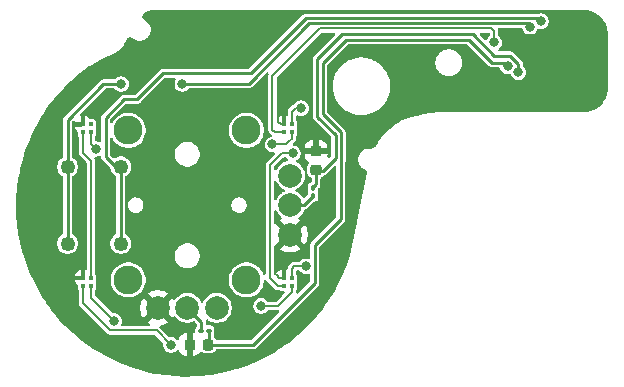
<source format=gbr>
%TF.GenerationSoftware,KiCad,Pcbnew,9.0.3*%
%TF.CreationDate,2025-07-21T12:26:19-07:00*%
%TF.ProjectId,UGC_SubStick_R5,5547435f-5375-4625-9374-69636b5f5235,rev?*%
%TF.SameCoordinates,Original*%
%TF.FileFunction,Copper,L1,Top*%
%TF.FilePolarity,Positive*%
%FSLAX46Y46*%
G04 Gerber Fmt 4.6, Leading zero omitted, Abs format (unit mm)*
G04 Created by KiCad (PCBNEW 9.0.3) date 2025-07-21 12:26:19*
%MOMM*%
%LPD*%
G01*
G04 APERTURE LIST*
G04 Aperture macros list*
%AMRoundRect*
0 Rectangle with rounded corners*
0 $1 Rounding radius*
0 $2 $3 $4 $5 $6 $7 $8 $9 X,Y pos of 4 corners*
0 Add a 4 corners polygon primitive as box body*
4,1,4,$2,$3,$4,$5,$6,$7,$8,$9,$2,$3,0*
0 Add four circle primitives for the rounded corners*
1,1,$1+$1,$2,$3*
1,1,$1+$1,$4,$5*
1,1,$1+$1,$6,$7*
1,1,$1+$1,$8,$9*
0 Add four rect primitives between the rounded corners*
20,1,$1+$1,$2,$3,$4,$5,0*
20,1,$1+$1,$4,$5,$6,$7,0*
20,1,$1+$1,$6,$7,$8,$9,0*
20,1,$1+$1,$8,$9,$2,$3,0*%
G04 Aperture macros list end*
%TA.AperFunction,SMDPad,CuDef*%
%ADD10R,0.370000X0.370000*%
%TD*%
%TA.AperFunction,SMDPad,CuDef*%
%ADD11RoundRect,0.225000X-0.225000X-0.250000X0.225000X-0.250000X0.225000X0.250000X-0.225000X0.250000X0*%
%TD*%
%TA.AperFunction,SMDPad,CuDef*%
%ADD12RoundRect,0.100000X-0.130000X-0.100000X0.130000X-0.100000X0.130000X0.100000X-0.130000X0.100000X0*%
%TD*%
%TA.AperFunction,ComponentPad*%
%ADD13C,2.450000*%
%TD*%
%TA.AperFunction,ComponentPad*%
%ADD14C,1.250000*%
%TD*%
%TA.AperFunction,ComponentPad*%
%ADD15C,2.000000*%
%TD*%
%TA.AperFunction,SMDPad,CuDef*%
%ADD16RoundRect,0.225000X-0.250000X0.225000X-0.250000X-0.225000X0.250000X-0.225000X0.250000X0.225000X0*%
%TD*%
%TA.AperFunction,SMDPad,CuDef*%
%ADD17RoundRect,0.100000X0.100000X-0.130000X0.100000X0.130000X-0.100000X0.130000X-0.100000X-0.130000X0*%
%TD*%
%TA.AperFunction,ViaPad*%
%ADD18C,0.800000*%
%TD*%
%TA.AperFunction,Conductor*%
%ADD19C,0.200000*%
%TD*%
%TA.AperFunction,Conductor*%
%ADD20C,0.250000*%
%TD*%
G04 APERTURE END LIST*
D10*
%TO.P,RGB4,1,DIN*%
%TO.N,Net-(RGB3-DOUT)*%
X50590000Y-31331718D03*
%TO.P,RGB4,2,VDD*%
%TO.N,+3V3*%
X51260000Y-31331718D03*
%TO.P,RGB4,3,DOUT*%
%TO.N,RGB_OUT*%
X51260000Y-30661718D03*
%TO.P,RGB4,4,GND*%
%TO.N,GND*%
X50590000Y-30661718D03*
%TD*%
%TO.P,RGB3,1,DIN*%
%TO.N,Net-(RGB2-DOUT)*%
X50590000Y-44331718D03*
%TO.P,RGB3,2,VDD*%
%TO.N,+3V3*%
X51260000Y-44331718D03*
%TO.P,RGB3,3,DOUT*%
%TO.N,Net-(RGB3-DOUT)*%
X51260000Y-43661718D03*
%TO.P,RGB3,4,GND*%
%TO.N,GND*%
X50590000Y-43661718D03*
%TD*%
%TO.P,RGB1,1,DIN*%
%TO.N,RGB_IN*%
X67590000Y-31331718D03*
%TO.P,RGB1,2,VDD*%
%TO.N,+3V3*%
X68260000Y-31331718D03*
%TO.P,RGB1,3,DOUT*%
%TO.N,Net-(RGB1-DOUT)*%
X68260000Y-30661718D03*
%TO.P,RGB1,4,GND*%
%TO.N,GND*%
X67590000Y-30661718D03*
%TD*%
D11*
%TO.P,C1,1*%
%TO.N,GND*%
X59626200Y-49301400D03*
%TO.P,C1,2*%
%TO.N,RX*%
X61176200Y-49301400D03*
%TD*%
D12*
%TO.P,R1,1*%
%TO.N,Net-(SW1-X_OUT)*%
X60589200Y-48133000D03*
%TO.P,R1,2*%
%TO.N,RX*%
X61229200Y-48133000D03*
%TD*%
D13*
%TO.P,SW1,*%
%TO.N,*%
X54425000Y-31171718D03*
X54425000Y-43821718D03*
X64425000Y-31171718D03*
X64425000Y-43821718D03*
D14*
%TO.P,SW1,S1,1*%
%TO.N,RS_B_OUT*%
X53775000Y-34246718D03*
%TO.P,SW1,S2,2*%
X53775000Y-40746718D03*
%TO.P,SW1,S3,3*%
%TO.N,RS_B_IN*%
X49275000Y-34246718D03*
%TO.P,SW1,S4,4*%
X49275000Y-40746718D03*
D15*
%TO.P,SW1,X1,GND*%
%TO.N,GND*%
X56925000Y-46196718D03*
%TO.P,SW1,X2,X_OUT*%
%TO.N,Net-(SW1-X_OUT)*%
X59425000Y-46196718D03*
%TO.P,SW1,X3,VCC*%
%TO.N,+3V3*%
X61925000Y-46196718D03*
%TO.P,SW1,Y1,GND*%
%TO.N,GND*%
X68125000Y-39996718D03*
%TO.P,SW1,Y2,Y_OUT*%
%TO.N,Net-(SW1-Y_OUT)*%
X68125000Y-37496718D03*
%TO.P,SW1,Y3,VCC*%
%TO.N,+3V3*%
X68125000Y-34996718D03*
%TD*%
D16*
%TO.P,C2,1*%
%TO.N,GND*%
X70317800Y-32933200D03*
%TO.P,C2,2*%
%TO.N,RY*%
X70317800Y-34483200D03*
%TD*%
D10*
%TO.P,RGB2,1,DIN*%
%TO.N,Net-(RGB1-DOUT)*%
X67590000Y-44331718D03*
%TO.P,RGB2,2,VDD*%
%TO.N,+3V3*%
X68260000Y-44331718D03*
%TO.P,RGB2,3,DOUT*%
%TO.N,Net-(RGB2-DOUT)*%
X68260000Y-43661718D03*
%TO.P,RGB2,4,GND*%
%TO.N,GND*%
X67590000Y-43661718D03*
%TD*%
D17*
%TO.P,R2,1*%
%TO.N,Net-(SW1-Y_OUT)*%
X70053200Y-36718200D03*
%TO.P,R2,2*%
%TO.N,RY*%
X70053200Y-36078200D03*
%TD*%
D18*
%TO.N,GND*%
X90627200Y-23190200D03*
X71424800Y-38252400D03*
X58089800Y-35737800D03*
X69926200Y-30607000D03*
X57912000Y-37211000D03*
X59283600Y-36601400D03*
%TO.N,RS_B_IN*%
X53817800Y-27233200D03*
X88430731Y-22391200D03*
X58992800Y-27233200D03*
%TO.N,RS_B_OUT*%
X89357200Y-21920200D03*
%TO.N,RY*%
X87452200Y-26238200D03*
%TO.N,RX*%
X86537800Y-25755600D03*
%TO.N,+3V3*%
X53238400Y-47320200D03*
X65659000Y-46024800D03*
X66624200Y-32359600D03*
X51663600Y-32740600D03*
%TO.N,RGB_IN*%
X85394800Y-23723600D03*
%TO.N,Net-(RGB1-DOUT)*%
X69062600Y-29286200D03*
X68351400Y-33096200D03*
%TO.N,Net-(RGB2-DOUT)*%
X69492800Y-42672000D03*
X58039000Y-49326800D03*
%TD*%
D19*
%TO.N,GND*%
X67590000Y-43661718D02*
X67207518Y-43661718D01*
X67590000Y-30661718D02*
X67318112Y-30661718D01*
X67207518Y-43661718D02*
X66979800Y-43434000D01*
D20*
X57056318Y-46596718D02*
X56917800Y-46458200D01*
D19*
X67318112Y-30661718D02*
X67081400Y-30425006D01*
X66852800Y-43307000D02*
X66852800Y-42926000D01*
X66979800Y-43434000D02*
X66852800Y-43307000D01*
X67081400Y-30425006D02*
X67081400Y-29718000D01*
D20*
%TO.N,RS_B_IN*%
X49275000Y-30276000D02*
X49275000Y-34246718D01*
X88156731Y-22117200D02*
X69733800Y-22117200D01*
X53817800Y-27233200D02*
X52317800Y-27233200D01*
X69733800Y-22117200D02*
X64617800Y-27233200D01*
X88430731Y-22391200D02*
X88156731Y-22117200D01*
X64617800Y-27233200D02*
X58992800Y-27233200D01*
X49275000Y-34246718D02*
X49275000Y-40746718D01*
X52317800Y-27233200D02*
X49275000Y-30276000D01*
%TO.N,RS_B_OUT*%
X54067600Y-28533200D02*
X52501800Y-30099000D01*
X89357200Y-21920200D02*
X89103200Y-21666200D01*
X89103200Y-21666200D02*
X69459800Y-21666200D01*
X53775000Y-40746718D02*
X53775000Y-34246718D01*
X52501800Y-30099000D02*
X52501800Y-33392200D01*
X69459800Y-21666200D02*
X64792800Y-26333200D01*
X52501800Y-33392200D02*
X53356318Y-34246718D01*
X55167800Y-28533200D02*
X54067600Y-28533200D01*
X53356318Y-34246718D02*
X53775000Y-34246718D01*
X57367800Y-26333200D02*
X55167800Y-28533200D01*
X64792800Y-26333200D02*
X57367800Y-26333200D01*
%TO.N,RY*%
X87452200Y-25552400D02*
X86741000Y-24841200D01*
X86741000Y-24841200D02*
X85420200Y-24841200D01*
X83591400Y-23012400D02*
X72517000Y-23012400D01*
X70317800Y-35733200D02*
X70053200Y-35997800D01*
X85420200Y-24841200D02*
X83591400Y-23012400D01*
X70053200Y-35997800D02*
X70053200Y-36078200D01*
X72517000Y-23012400D02*
X70408800Y-25120600D01*
X70408800Y-25120600D02*
X70408800Y-29999200D01*
X70317800Y-34570700D02*
X70317800Y-35733200D01*
X70905300Y-34570700D02*
X70317800Y-34570700D01*
X87452200Y-26238200D02*
X87452200Y-25552400D01*
X70408800Y-29999200D02*
X71992800Y-31583200D01*
X71992800Y-31583200D02*
X71992800Y-33483200D01*
X71992800Y-33483200D02*
X70905300Y-34570700D01*
%TO.N,RX*%
X61263700Y-49301400D02*
X61263700Y-48167500D01*
X85191600Y-25425400D02*
X83286600Y-23520400D01*
X86537800Y-25755600D02*
X86207600Y-25425400D01*
X70891400Y-29806800D02*
X72390000Y-31305400D01*
X61263700Y-48167500D02*
X61229200Y-48133000D01*
X72443800Y-33670010D02*
X72390000Y-33723810D01*
X72443800Y-31396390D02*
X72443800Y-33670010D01*
X72390000Y-31305400D02*
X72390000Y-31342590D01*
X70891400Y-25476200D02*
X70891400Y-29806800D01*
X64998600Y-49301400D02*
X61263700Y-49301400D01*
X83286600Y-23520400D02*
X72847200Y-23520400D01*
X72390000Y-33723810D02*
X72390000Y-38686000D01*
X86207600Y-25425400D02*
X85191600Y-25425400D01*
X72390000Y-31342590D02*
X72443800Y-31396390D01*
X72847200Y-23520400D02*
X70891400Y-25476200D01*
X70217800Y-44082200D02*
X64998600Y-49301400D01*
X70217800Y-40858200D02*
X70217800Y-44082200D01*
X72390000Y-38686000D02*
X70217800Y-40858200D01*
D19*
%TO.N,+3V3*%
X68260000Y-31331718D02*
X68260000Y-31866800D01*
X51260000Y-32337000D02*
X51663600Y-32740600D01*
X51260000Y-31331718D02*
X51260000Y-32337000D01*
X68148200Y-31978600D02*
X67767200Y-32359600D01*
X67081400Y-46024800D02*
X65659000Y-46024800D01*
X68260000Y-31866800D02*
X68148200Y-31978600D01*
X67614800Y-45491400D02*
X67081400Y-46024800D01*
X68260000Y-44331718D02*
X68260000Y-44846200D01*
X68260000Y-44846200D02*
X67614800Y-45491400D01*
X51260000Y-45341800D02*
X53238400Y-47320200D01*
X51260000Y-44331718D02*
X51260000Y-45341800D01*
X67767200Y-32359600D02*
X66624200Y-32359600D01*
D20*
%TO.N,Net-(SW1-X_OUT)*%
X59425000Y-46196718D02*
X60589200Y-47360918D01*
X60589200Y-47360918D02*
X60589200Y-48133000D01*
%TO.N,Net-(SW1-Y_OUT)*%
X68125000Y-37496718D02*
X69274682Y-37496718D01*
X69274682Y-37496718D02*
X70053200Y-36718200D01*
D19*
%TO.N,RGB_IN*%
X66624200Y-26543000D02*
X68884800Y-24282400D01*
X85394800Y-22797200D02*
X85394800Y-23723600D01*
X67590000Y-31331718D02*
X66840918Y-31331718D01*
X66840918Y-31331718D02*
X66624200Y-31115000D01*
X66624200Y-31115000D02*
X66624200Y-26543000D01*
X85140800Y-22543200D02*
X85394800Y-22797200D01*
X68884800Y-24282400D02*
X70624000Y-22543200D01*
X70624000Y-22543200D02*
X85140800Y-22543200D01*
%TO.N,Net-(RGB1-DOUT)*%
X67590000Y-44331718D02*
X67064718Y-44331718D01*
X69062600Y-29286200D02*
X68580000Y-29286200D01*
X67411600Y-33096200D02*
X68351400Y-33096200D01*
X67005200Y-33502600D02*
X67411600Y-33096200D01*
X66395600Y-43662600D02*
X66395600Y-41351200D01*
X68260000Y-30661718D02*
X68260000Y-29606200D01*
X66802000Y-44069000D02*
X66395600Y-43662600D01*
X68260000Y-29606200D02*
X68580000Y-29286200D01*
X67064718Y-44331718D02*
X66802000Y-44069000D01*
X66395600Y-34112200D02*
X67005200Y-33502600D01*
X66395600Y-41351200D02*
X66395600Y-34112200D01*
%TO.N,Net-(RGB2-DOUT)*%
X68453000Y-42672000D02*
X68260000Y-42865000D01*
X50590000Y-45814800D02*
X50590000Y-44331718D01*
X69492800Y-42672000D02*
X68453000Y-42672000D01*
X52882800Y-48107600D02*
X50590000Y-45814800D01*
X58039000Y-49326800D02*
X56819800Y-48107600D01*
X68260000Y-42865000D02*
X68260000Y-43661718D01*
X56819800Y-48107600D02*
X52882800Y-48107600D01*
%TO.N,Net-(RGB3-DOUT)*%
X51260000Y-43661718D02*
X51260000Y-33734000D01*
X51260000Y-33734000D02*
X50590000Y-33064000D01*
X50590000Y-33064000D02*
X50590000Y-31331718D01*
%TD*%
%TA.AperFunction,Conductor*%
%TO.N,GND*%
G36*
X66219692Y-26264858D02*
G01*
X66275625Y-26306730D01*
X66300042Y-26372194D01*
X66296133Y-26413132D01*
X66273700Y-26496854D01*
X66273700Y-26496856D01*
X66273700Y-31161144D01*
X66296592Y-31246576D01*
X66297586Y-31250287D01*
X66297587Y-31250290D01*
X66343727Y-31330208D01*
X66343731Y-31330213D01*
X66531620Y-31518102D01*
X66565105Y-31579425D01*
X66560121Y-31649117D01*
X66518249Y-31705050D01*
X66468131Y-31727400D01*
X66434461Y-31734097D01*
X66434455Y-31734099D01*
X66316075Y-31783133D01*
X66316066Y-31783138D01*
X66209531Y-31854323D01*
X66209527Y-31854326D01*
X66118926Y-31944927D01*
X66118923Y-31944931D01*
X66047738Y-32051466D01*
X66047733Y-32051475D01*
X65998699Y-32169855D01*
X65998697Y-32169861D01*
X65973700Y-32295528D01*
X65973700Y-32295531D01*
X65973700Y-32423669D01*
X65973700Y-32423671D01*
X65973699Y-32423671D01*
X65998697Y-32549338D01*
X65998699Y-32549344D01*
X66047733Y-32667724D01*
X66047738Y-32667733D01*
X66118923Y-32774268D01*
X66118926Y-32774272D01*
X66209527Y-32864873D01*
X66209531Y-32864876D01*
X66316066Y-32936061D01*
X66316072Y-32936064D01*
X66316073Y-32936065D01*
X66434456Y-32985101D01*
X66434460Y-32985101D01*
X66434461Y-32985102D01*
X66560128Y-33010100D01*
X66560131Y-33010100D01*
X66688267Y-33010100D01*
X66688269Y-33010100D01*
X66688270Y-33010099D01*
X66691404Y-33009791D01*
X66693033Y-33010100D01*
X66694361Y-33010100D01*
X66694361Y-33010351D01*
X66718937Y-33015012D01*
X66746886Y-33017010D01*
X66752795Y-33021433D01*
X66760050Y-33022809D01*
X66780389Y-33042087D01*
X66802822Y-33058878D01*
X66805402Y-33065794D01*
X66810761Y-33070874D01*
X66817448Y-33098086D01*
X66827243Y-33124341D01*
X66825673Y-33131555D01*
X66827436Y-33138725D01*
X66818348Y-33165237D01*
X66812394Y-33192615D01*
X66806066Y-33201068D01*
X66804781Y-33204819D01*
X66791245Y-33220871D01*
X66772550Y-33239568D01*
X66772546Y-33239569D01*
X66772545Y-33239572D01*
X66115131Y-33896986D01*
X66115129Y-33896989D01*
X66110974Y-33904186D01*
X66084979Y-33949212D01*
X66068986Y-33976912D01*
X66060409Y-34008921D01*
X66045100Y-34066056D01*
X66045100Y-43250148D01*
X66025415Y-43317187D01*
X65972611Y-43362942D01*
X65903453Y-43372886D01*
X65839897Y-43343861D01*
X65803169Y-43288467D01*
X65802609Y-43286745D01*
X65792400Y-43255322D01*
X65792398Y-43255319D01*
X65792398Y-43255317D01*
X65707730Y-43089148D01*
X65686961Y-43048387D01*
X65550449Y-42860494D01*
X65386224Y-42696269D01*
X65198331Y-42559757D01*
X64991400Y-42454319D01*
X64770514Y-42382549D01*
X64541129Y-42346218D01*
X64541124Y-42346218D01*
X64308876Y-42346218D01*
X64308871Y-42346218D01*
X64079485Y-42382549D01*
X63858599Y-42454319D01*
X63651668Y-42559757D01*
X63463773Y-42696271D01*
X63299553Y-42860491D01*
X63163039Y-43048386D01*
X63057601Y-43255317D01*
X62985831Y-43476203D01*
X62949500Y-43705588D01*
X62949500Y-43937847D01*
X62985831Y-44167232D01*
X63057601Y-44388118D01*
X63138521Y-44546930D01*
X63163039Y-44595049D01*
X63299551Y-44782942D01*
X63463776Y-44947167D01*
X63651669Y-45083679D01*
X63720262Y-45118629D01*
X63858599Y-45189116D01*
X63858601Y-45189116D01*
X63858604Y-45189118D01*
X64079486Y-45260887D01*
X64197668Y-45279604D01*
X64308871Y-45297218D01*
X64308876Y-45297218D01*
X64541129Y-45297218D01*
X64642502Y-45281161D01*
X64770514Y-45260887D01*
X64991396Y-45189118D01*
X65198331Y-45083679D01*
X65386224Y-44947167D01*
X65550449Y-44782942D01*
X65686961Y-44595049D01*
X65792400Y-44388114D01*
X65864169Y-44167232D01*
X65896022Y-43966117D01*
X65899984Y-43941103D01*
X65929913Y-43877969D01*
X65989224Y-43841037D01*
X66059087Y-43842035D01*
X66110138Y-43872820D01*
X66517189Y-44279870D01*
X66517199Y-44279881D01*
X66521529Y-44284211D01*
X66521530Y-44284212D01*
X66784249Y-44546930D01*
X66849506Y-44612187D01*
X66849509Y-44612188D01*
X66849512Y-44612191D01*
X66929424Y-44658329D01*
X66929425Y-44658329D01*
X66929430Y-44658332D01*
X67018574Y-44682218D01*
X67164184Y-44682218D01*
X67231223Y-44701903D01*
X67233047Y-44703097D01*
X67239499Y-44707408D01*
X67307260Y-44752684D01*
X67307264Y-44752685D01*
X67380321Y-44767217D01*
X67380324Y-44767218D01*
X67543937Y-44767218D01*
X67610976Y-44786903D01*
X67656731Y-44839707D01*
X67666675Y-44908865D01*
X67637650Y-44972421D01*
X67631618Y-44978899D01*
X67399588Y-45210930D01*
X66972537Y-45637981D01*
X66911214Y-45671466D01*
X66884856Y-45674300D01*
X66273432Y-45674300D01*
X66206393Y-45654615D01*
X66170330Y-45619191D01*
X66164276Y-45610130D01*
X66073672Y-45519526D01*
X66073668Y-45519523D01*
X65967133Y-45448338D01*
X65967124Y-45448333D01*
X65848744Y-45399299D01*
X65848738Y-45399297D01*
X65723071Y-45374300D01*
X65723069Y-45374300D01*
X65594931Y-45374300D01*
X65594929Y-45374300D01*
X65469261Y-45399297D01*
X65469255Y-45399299D01*
X65350875Y-45448333D01*
X65350866Y-45448338D01*
X65244331Y-45519523D01*
X65244327Y-45519526D01*
X65153726Y-45610127D01*
X65153723Y-45610131D01*
X65082538Y-45716666D01*
X65082533Y-45716675D01*
X65033499Y-45835055D01*
X65033497Y-45835061D01*
X65008500Y-45960728D01*
X65008500Y-45960731D01*
X65008500Y-46088869D01*
X65008500Y-46088871D01*
X65008499Y-46088871D01*
X65033497Y-46214538D01*
X65033499Y-46214544D01*
X65082533Y-46332924D01*
X65082538Y-46332933D01*
X65153723Y-46439468D01*
X65153726Y-46439472D01*
X65244327Y-46530073D01*
X65244331Y-46530076D01*
X65350866Y-46601261D01*
X65350875Y-46601266D01*
X65368427Y-46608536D01*
X65469256Y-46650301D01*
X65469260Y-46650301D01*
X65469261Y-46650302D01*
X65594928Y-46675300D01*
X65594931Y-46675300D01*
X65723071Y-46675300D01*
X65807615Y-46658482D01*
X65848744Y-46650301D01*
X65967127Y-46601265D01*
X66073669Y-46530076D01*
X66164276Y-46439469D01*
X66170330Y-46430409D01*
X66223942Y-46385604D01*
X66273432Y-46375300D01*
X67094301Y-46375300D01*
X67161340Y-46394985D01*
X67207095Y-46447789D01*
X67217039Y-46516947D01*
X67188014Y-46580503D01*
X67181982Y-46586981D01*
X64879382Y-48889581D01*
X64818059Y-48923066D01*
X64791701Y-48925900D01*
X61947983Y-48925900D01*
X61880944Y-48906215D01*
X61835189Y-48853411D01*
X61831810Y-48845257D01*
X61822828Y-48821174D01*
X61822825Y-48821170D01*
X61822825Y-48821169D01*
X61740892Y-48711718D01*
X61740888Y-48711715D01*
X61740887Y-48711713D01*
X61688888Y-48672787D01*
X61686151Y-48669131D01*
X61681997Y-48667234D01*
X61665406Y-48641419D01*
X61647018Y-48616854D01*
X61646002Y-48611224D01*
X61644223Y-48608456D01*
X61639200Y-48573521D01*
X61639200Y-48486985D01*
X61651800Y-48432525D01*
X61699772Y-48334395D01*
X61699773Y-48334392D01*
X61700938Y-48326400D01*
X61709700Y-48266260D01*
X61709700Y-47999740D01*
X61699773Y-47931607D01*
X61648398Y-47826517D01*
X61648396Y-47826515D01*
X61648396Y-47826514D01*
X61565685Y-47743803D01*
X61560810Y-47741420D01*
X61460593Y-47692427D01*
X61460591Y-47692426D01*
X61392461Y-47682500D01*
X61392460Y-47682500D01*
X61088700Y-47682500D01*
X61021661Y-47662815D01*
X60975906Y-47610011D01*
X60964700Y-47558500D01*
X60964700Y-47311484D01*
X60963639Y-47303426D01*
X60966955Y-47302989D01*
X60968203Y-47248717D01*
X61007318Y-47190822D01*
X61071524Y-47163265D01*
X61140435Y-47174795D01*
X61159230Y-47186057D01*
X61269595Y-47266242D01*
X61341716Y-47302989D01*
X61444970Y-47355600D01*
X61444972Y-47355600D01*
X61444975Y-47355602D01*
X61533209Y-47384271D01*
X61632173Y-47416427D01*
X61826578Y-47447218D01*
X61826583Y-47447218D01*
X62023422Y-47447218D01*
X62217826Y-47416427D01*
X62405025Y-47355602D01*
X62580405Y-47266242D01*
X62739646Y-47150546D01*
X62878828Y-47011364D01*
X62994524Y-46852123D01*
X63083884Y-46676743D01*
X63144709Y-46489544D01*
X63154075Y-46430409D01*
X63175500Y-46295140D01*
X63175500Y-46098295D01*
X63144709Y-45903891D01*
X63088465Y-45730793D01*
X63083884Y-45716693D01*
X63083882Y-45716690D01*
X63083882Y-45716688D01*
X62994523Y-45541312D01*
X62878828Y-45382072D01*
X62739646Y-45242890D01*
X62580405Y-45127194D01*
X62563595Y-45118629D01*
X62405029Y-45037835D01*
X62217826Y-44977008D01*
X62023422Y-44946218D01*
X62023417Y-44946218D01*
X61826583Y-44946218D01*
X61826578Y-44946218D01*
X61632173Y-44977008D01*
X61444970Y-45037835D01*
X61269594Y-45127194D01*
X61208456Y-45171614D01*
X61110354Y-45242890D01*
X61110352Y-45242892D01*
X61110351Y-45242892D01*
X60971174Y-45382069D01*
X60971174Y-45382070D01*
X60971172Y-45382072D01*
X60923030Y-45448333D01*
X60855476Y-45541312D01*
X60785485Y-45678678D01*
X60737510Y-45729474D01*
X60669689Y-45746269D01*
X60603554Y-45723732D01*
X60564515Y-45678678D01*
X60494523Y-45541312D01*
X60378828Y-45382072D01*
X60239646Y-45242890D01*
X60080405Y-45127194D01*
X60063595Y-45118629D01*
X59905029Y-45037835D01*
X59717826Y-44977008D01*
X59523422Y-44946218D01*
X59523417Y-44946218D01*
X59326583Y-44946218D01*
X59326578Y-44946218D01*
X59132173Y-44977008D01*
X58944970Y-45037835D01*
X58769594Y-45127194D01*
X58708456Y-45171614D01*
X58610354Y-45242890D01*
X58610352Y-45242892D01*
X58610351Y-45242892D01*
X58471171Y-45382072D01*
X58426842Y-45443086D01*
X58371512Y-45485751D01*
X58301898Y-45491729D01*
X58240104Y-45459122D01*
X58216041Y-45426495D01*
X58207916Y-45410550D01*
X58207911Y-45410542D01*
X58147658Y-45327612D01*
X58147658Y-45327611D01*
X57407962Y-46067308D01*
X57390925Y-46003725D01*
X57325099Y-45889711D01*
X57232007Y-45796619D01*
X57117993Y-45730793D01*
X57054409Y-45713755D01*
X57794105Y-44974058D01*
X57794104Y-44974056D01*
X57711174Y-44913805D01*
X57500802Y-44806615D01*
X57276247Y-44733652D01*
X57276248Y-44733652D01*
X57043052Y-44696718D01*
X56806948Y-44696718D01*
X56573752Y-44733652D01*
X56349197Y-44806615D01*
X56138830Y-44913802D01*
X56055894Y-44974058D01*
X56795591Y-45713755D01*
X56732007Y-45730793D01*
X56617993Y-45796619D01*
X56524901Y-45889711D01*
X56459075Y-46003725D01*
X56442037Y-46067309D01*
X55702340Y-45327612D01*
X55642084Y-45410548D01*
X55534897Y-45620915D01*
X55461934Y-45845470D01*
X55425000Y-46078665D01*
X55425000Y-46314770D01*
X55461934Y-46547965D01*
X55534897Y-46772520D01*
X55642087Y-46982892D01*
X55702338Y-47065822D01*
X55702340Y-47065823D01*
X56442037Y-46326126D01*
X56459075Y-46389711D01*
X56524901Y-46503725D01*
X56617993Y-46596817D01*
X56732007Y-46662643D01*
X56795590Y-46679680D01*
X56055893Y-47419376D01*
X56138828Y-47479632D01*
X56223186Y-47522615D01*
X56273982Y-47570590D01*
X56290777Y-47638411D01*
X56268240Y-47704546D01*
X56213524Y-47747997D01*
X56166891Y-47757100D01*
X53947105Y-47757100D01*
X53880066Y-47737415D01*
X53834311Y-47684611D01*
X53824367Y-47615453D01*
X53832544Y-47585648D01*
X53863899Y-47509948D01*
X53863901Y-47509944D01*
X53888900Y-47384269D01*
X53888900Y-47256131D01*
X53888900Y-47256128D01*
X53863902Y-47130461D01*
X53863901Y-47130460D01*
X53863901Y-47130456D01*
X53814865Y-47012073D01*
X53814864Y-47012072D01*
X53814861Y-47012066D01*
X53743676Y-46905531D01*
X53743673Y-46905527D01*
X53653072Y-46814926D01*
X53653068Y-46814923D01*
X53546533Y-46743738D01*
X53546524Y-46743733D01*
X53428144Y-46694699D01*
X53428138Y-46694697D01*
X53302471Y-46669700D01*
X53302469Y-46669700D01*
X53174331Y-46669700D01*
X53174330Y-46669700D01*
X53163640Y-46671826D01*
X53094048Y-46665597D01*
X53051771Y-46637889D01*
X51646819Y-45232937D01*
X51613334Y-45171614D01*
X51610500Y-45145256D01*
X51610500Y-44757534D01*
X51630185Y-44690495D01*
X51631397Y-44688644D01*
X51635691Y-44682218D01*
X51680966Y-44614458D01*
X51695500Y-44541392D01*
X51695500Y-44122044D01*
X51695500Y-44122041D01*
X51695499Y-44122039D01*
X51680968Y-44048985D01*
X51680966Y-44048982D01*
X51680966Y-44048978D01*
X51680963Y-44048974D01*
X51678977Y-44044179D01*
X51671504Y-43974710D01*
X51678977Y-43949257D01*
X51680962Y-43944463D01*
X51680966Y-43944458D01*
X51681388Y-43942340D01*
X51695499Y-43871396D01*
X51695500Y-43871394D01*
X51695500Y-43705588D01*
X52949500Y-43705588D01*
X52949500Y-43937847D01*
X52985831Y-44167232D01*
X53057601Y-44388118D01*
X53138521Y-44546930D01*
X53163039Y-44595049D01*
X53299551Y-44782942D01*
X53463776Y-44947167D01*
X53651669Y-45083679D01*
X53720262Y-45118629D01*
X53858599Y-45189116D01*
X53858601Y-45189116D01*
X53858604Y-45189118D01*
X54079486Y-45260887D01*
X54197668Y-45279604D01*
X54308871Y-45297218D01*
X54308876Y-45297218D01*
X54541129Y-45297218D01*
X54642502Y-45281161D01*
X54770514Y-45260887D01*
X54991396Y-45189118D01*
X55198331Y-45083679D01*
X55386224Y-44947167D01*
X55550449Y-44782942D01*
X55686961Y-44595049D01*
X55792400Y-44388114D01*
X55864169Y-44167232D01*
X55887401Y-44020547D01*
X55900500Y-43937847D01*
X55900500Y-43705588D01*
X55880514Y-43579405D01*
X55864169Y-43476204D01*
X55792400Y-43255322D01*
X55792398Y-43255319D01*
X55792398Y-43255317D01*
X55707730Y-43089148D01*
X55686961Y-43048387D01*
X55550449Y-42860494D01*
X55386224Y-42696269D01*
X55198331Y-42559757D01*
X54991400Y-42454319D01*
X54770514Y-42382549D01*
X54541129Y-42346218D01*
X54541124Y-42346218D01*
X54308876Y-42346218D01*
X54308871Y-42346218D01*
X54079485Y-42382549D01*
X53858599Y-42454319D01*
X53651668Y-42559757D01*
X53463773Y-42696271D01*
X53299553Y-42860491D01*
X53163039Y-43048386D01*
X53057601Y-43255317D01*
X52985831Y-43476203D01*
X52949500Y-43705588D01*
X51695500Y-43705588D01*
X51695500Y-43452041D01*
X51695499Y-43452039D01*
X51680967Y-43378982D01*
X51680966Y-43378978D01*
X51631396Y-43304791D01*
X51610520Y-43238114D01*
X51610500Y-43235902D01*
X51610500Y-41693248D01*
X58374500Y-41693248D01*
X58374500Y-41900187D01*
X58414868Y-42103130D01*
X58414870Y-42103138D01*
X58494058Y-42294314D01*
X58609024Y-42466375D01*
X58755342Y-42612693D01*
X58755345Y-42612695D01*
X58927402Y-42727659D01*
X59118580Y-42806848D01*
X59321530Y-42847217D01*
X59321534Y-42847218D01*
X59321535Y-42847218D01*
X59528466Y-42847218D01*
X59528467Y-42847217D01*
X59731420Y-42806848D01*
X59922598Y-42727659D01*
X60094655Y-42612695D01*
X60240977Y-42466373D01*
X60355941Y-42294316D01*
X60435130Y-42103138D01*
X60475500Y-41900183D01*
X60475500Y-41693253D01*
X60435130Y-41490298D01*
X60355941Y-41299120D01*
X60240977Y-41127063D01*
X60240975Y-41127060D01*
X60094657Y-40980742D01*
X59936214Y-40874875D01*
X59922598Y-40865777D01*
X59731420Y-40786588D01*
X59731412Y-40786586D01*
X59528469Y-40746218D01*
X59528465Y-40746218D01*
X59321535Y-40746218D01*
X59321530Y-40746218D01*
X59118587Y-40786586D01*
X59118579Y-40786588D01*
X58927403Y-40865776D01*
X58755342Y-40980742D01*
X58609024Y-41127060D01*
X58494058Y-41299121D01*
X58414870Y-41490297D01*
X58414868Y-41490305D01*
X58374500Y-41693248D01*
X51610500Y-41693248D01*
X51610500Y-33687858D01*
X51610500Y-33687856D01*
X51586614Y-33598712D01*
X51586612Y-33598708D01*
X51574137Y-33577100D01*
X51557664Y-33509200D01*
X51580517Y-33443173D01*
X51635438Y-33399982D01*
X51681524Y-33391100D01*
X51727671Y-33391100D01*
X51812215Y-33374282D01*
X51853344Y-33366101D01*
X51954847Y-33324057D01*
X52024317Y-33316588D01*
X52086796Y-33347863D01*
X52120073Y-33399816D01*
X52126300Y-33418716D01*
X52126300Y-33441636D01*
X52130271Y-33456456D01*
X52151890Y-33537138D01*
X52176773Y-33580236D01*
X52201326Y-33622763D01*
X52201328Y-33622765D01*
X52869919Y-34291356D01*
X52903404Y-34352679D01*
X52903855Y-34354845D01*
X52933143Y-34502086D01*
X52933146Y-34502096D01*
X52999138Y-34661416D01*
X52999145Y-34661429D01*
X53094954Y-34804816D01*
X53094957Y-34804820D01*
X53216897Y-34926760D01*
X53216905Y-34926766D01*
X53344390Y-35011949D01*
X53389196Y-35065561D01*
X53399500Y-35115051D01*
X53399500Y-39878384D01*
X53379815Y-39945423D01*
X53344391Y-39981486D01*
X53216901Y-40066672D01*
X53216897Y-40066675D01*
X53094957Y-40188615D01*
X53094954Y-40188619D01*
X52999145Y-40332006D01*
X52999138Y-40332019D01*
X52933146Y-40491339D01*
X52933143Y-40491351D01*
X52899500Y-40660484D01*
X52899500Y-40832951D01*
X52933143Y-41002084D01*
X52933146Y-41002096D01*
X52999138Y-41161416D01*
X52999145Y-41161429D01*
X53094954Y-41304816D01*
X53094957Y-41304820D01*
X53216897Y-41426760D01*
X53216901Y-41426763D01*
X53360288Y-41522572D01*
X53360301Y-41522579D01*
X53519621Y-41588571D01*
X53519626Y-41588573D01*
X53688766Y-41622217D01*
X53688769Y-41622218D01*
X53688771Y-41622218D01*
X53861231Y-41622218D01*
X53861232Y-41622217D01*
X54030374Y-41588573D01*
X54189705Y-41522576D01*
X54333099Y-41426763D01*
X54455045Y-41304817D01*
X54550858Y-41161423D01*
X54616855Y-41002092D01*
X54650500Y-40832947D01*
X54650500Y-40660489D01*
X54650500Y-40660486D01*
X54650499Y-40660484D01*
X54645081Y-40633247D01*
X54616855Y-40491344D01*
X54577701Y-40396817D01*
X54550861Y-40332019D01*
X54550854Y-40332006D01*
X54455045Y-40188619D01*
X54455042Y-40188615D01*
X54333102Y-40066675D01*
X54333098Y-40066672D01*
X54205609Y-39981486D01*
X54160804Y-39927874D01*
X54150500Y-39878384D01*
X54150500Y-37513092D01*
X54153466Y-37502989D01*
X54152082Y-37500090D01*
X54151788Y-37496424D01*
X54397287Y-37496424D01*
X54397522Y-37497549D01*
X54398522Y-37505464D01*
X54399500Y-37521007D01*
X54399500Y-37560787D01*
X54399500Y-37560789D01*
X54399499Y-37560789D01*
X54415115Y-37639288D01*
X54415115Y-37639289D01*
X54415972Y-37643598D01*
X54417919Y-37659009D01*
X54420166Y-37664685D01*
X54422356Y-37675693D01*
X54422358Y-37675700D01*
X54424498Y-37686459D01*
X54424499Y-37686462D01*
X54473533Y-37804842D01*
X54473538Y-37804851D01*
X54544723Y-37911386D01*
X54544725Y-37911389D01*
X54560762Y-37927425D01*
X54567666Y-37934329D01*
X54574287Y-37943442D01*
X54588713Y-37955376D01*
X54592850Y-37959513D01*
X54635327Y-38001991D01*
X54635331Y-38001994D01*
X54685949Y-38035815D01*
X54700329Y-38047712D01*
X54711904Y-38053158D01*
X54741873Y-38073183D01*
X54741874Y-38073183D01*
X54741878Y-38073186D01*
X54807490Y-38100362D01*
X54846964Y-38116713D01*
X54848341Y-38117361D01*
X54848684Y-38117425D01*
X54860256Y-38122219D01*
X54860260Y-38122219D01*
X54860261Y-38122220D01*
X54985928Y-38147218D01*
X55004856Y-38147218D01*
X55009024Y-38148013D01*
X55021661Y-38147218D01*
X55114072Y-38147218D01*
X55134821Y-38143090D01*
X55156820Y-38138714D01*
X55172282Y-38137742D01*
X55188969Y-38132318D01*
X55239744Y-38122219D01*
X55311392Y-38092540D01*
X55327856Y-38087193D01*
X55334524Y-38082959D01*
X55358127Y-38073183D01*
X55464669Y-38001994D01*
X55507150Y-37959513D01*
X55555274Y-37911390D01*
X55555276Y-37911387D01*
X55571362Y-37887312D01*
X55577951Y-37880297D01*
X55586772Y-37864249D01*
X55626465Y-37804845D01*
X55647963Y-37752943D01*
X55656756Y-37736950D01*
X55660290Y-37723183D01*
X55675501Y-37686462D01*
X55695387Y-37586490D01*
X55697437Y-37578508D01*
X55697522Y-37575755D01*
X55700500Y-37560787D01*
X55700500Y-37496718D01*
X63147417Y-37496718D01*
X63148996Y-37509217D01*
X63149240Y-37512975D01*
X63149500Y-37521007D01*
X63149500Y-37560787D01*
X63149500Y-37560789D01*
X63149499Y-37560789D01*
X63165115Y-37639288D01*
X63165115Y-37639289D01*
X63165972Y-37643598D01*
X63167919Y-37659009D01*
X63170166Y-37664685D01*
X63172356Y-37675693D01*
X63172358Y-37675700D01*
X63174498Y-37686459D01*
X63174499Y-37686462D01*
X63223533Y-37804842D01*
X63223538Y-37804851D01*
X63294723Y-37911386D01*
X63294725Y-37911389D01*
X63310762Y-37927425D01*
X63317666Y-37934329D01*
X63324287Y-37943442D01*
X63338713Y-37955376D01*
X63342850Y-37959513D01*
X63385327Y-38001991D01*
X63385331Y-38001994D01*
X63435949Y-38035815D01*
X63450329Y-38047712D01*
X63461904Y-38053158D01*
X63491873Y-38073183D01*
X63491874Y-38073183D01*
X63491878Y-38073186D01*
X63557490Y-38100362D01*
X63596964Y-38116713D01*
X63598341Y-38117361D01*
X63598684Y-38117425D01*
X63610256Y-38122219D01*
X63610260Y-38122219D01*
X63610261Y-38122220D01*
X63735928Y-38147218D01*
X63754856Y-38147218D01*
X63759024Y-38148013D01*
X63771661Y-38147218D01*
X63864072Y-38147218D01*
X63884821Y-38143090D01*
X63906820Y-38138714D01*
X63922282Y-38137742D01*
X63938969Y-38132318D01*
X63989744Y-38122219D01*
X64061392Y-38092540D01*
X64077856Y-38087193D01*
X64084524Y-38082959D01*
X64108127Y-38073183D01*
X64214669Y-38001994D01*
X64257150Y-37959513D01*
X64305274Y-37911390D01*
X64305276Y-37911387D01*
X64321362Y-37887312D01*
X64327951Y-37880297D01*
X64336772Y-37864249D01*
X64376465Y-37804845D01*
X64397963Y-37752943D01*
X64406756Y-37736950D01*
X64410290Y-37723183D01*
X64425501Y-37686462D01*
X64445387Y-37586490D01*
X64447437Y-37578508D01*
X64447522Y-37575755D01*
X64450500Y-37560787D01*
X64450500Y-37432649D01*
X64447522Y-37417681D01*
X64447437Y-37414928D01*
X64445388Y-37406954D01*
X64425501Y-37306974D01*
X64410289Y-37270250D01*
X64406756Y-37256486D01*
X64397964Y-37240495D01*
X64376465Y-37188591D01*
X64339751Y-37133644D01*
X64339751Y-37133643D01*
X64336772Y-37129185D01*
X64327951Y-37113139D01*
X64321361Y-37106122D01*
X64315666Y-37097598D01*
X64315665Y-37097597D01*
X64305279Y-37082053D01*
X64305278Y-37082052D01*
X64305276Y-37082049D01*
X64214669Y-36991442D01*
X64214668Y-36991441D01*
X64214667Y-36991440D01*
X64108133Y-36920256D01*
X64108124Y-36920251D01*
X64094447Y-36914586D01*
X64094447Y-36914585D01*
X64084525Y-36910475D01*
X64077856Y-36906243D01*
X64061390Y-36900892D01*
X64056878Y-36899024D01*
X63989746Y-36871217D01*
X63989738Y-36871215D01*
X63946147Y-36862544D01*
X63946145Y-36862544D01*
X63938972Y-36861117D01*
X63922282Y-36855694D01*
X63906823Y-36854721D01*
X63898683Y-36853102D01*
X63898681Y-36853101D01*
X63864072Y-36846218D01*
X63864069Y-36846218D01*
X63771661Y-36846218D01*
X63759024Y-36845423D01*
X63754856Y-36846218D01*
X63735929Y-36846218D01*
X63610256Y-36871216D01*
X63603645Y-36873953D01*
X63603646Y-36873954D01*
X63598682Y-36876009D01*
X63598341Y-36876075D01*
X63596985Y-36876712D01*
X63594298Y-36877826D01*
X63594292Y-36877829D01*
X63491870Y-36920254D01*
X63469609Y-36935128D01*
X63469608Y-36935127D01*
X63461890Y-36940283D01*
X63450329Y-36945724D01*
X63435967Y-36957604D01*
X63430687Y-36961133D01*
X63430679Y-36961140D01*
X63385332Y-36991441D01*
X63385325Y-36991447D01*
X63342852Y-37033918D01*
X63342853Y-37033919D01*
X63338708Y-37038063D01*
X63324287Y-37049994D01*
X63317666Y-37059105D01*
X63310767Y-37066006D01*
X63310764Y-37066007D01*
X63294728Y-37082044D01*
X63294723Y-37082050D01*
X63223538Y-37188585D01*
X63223533Y-37188593D01*
X63174498Y-37306975D01*
X63174497Y-37306977D01*
X63172358Y-37317735D01*
X63170166Y-37328750D01*
X63167919Y-37334427D01*
X63165973Y-37349828D01*
X63165114Y-37354148D01*
X63149500Y-37432644D01*
X63149500Y-37472429D01*
X63148522Y-37487970D01*
X63147417Y-37496718D01*
X55700500Y-37496718D01*
X55700500Y-37432649D01*
X55697523Y-37417684D01*
X55697437Y-37414928D01*
X55696226Y-37410214D01*
X55694728Y-37403632D01*
X55675501Y-37306974D01*
X55660289Y-37270250D01*
X55656756Y-37256486D01*
X55647964Y-37240495D01*
X55626465Y-37188591D01*
X55589751Y-37133644D01*
X55589751Y-37133643D01*
X55586772Y-37129185D01*
X55577951Y-37113139D01*
X55571361Y-37106122D01*
X55565666Y-37097598D01*
X55565665Y-37097597D01*
X55555279Y-37082053D01*
X55555278Y-37082052D01*
X55555276Y-37082049D01*
X55464669Y-36991442D01*
X55464668Y-36991441D01*
X55464667Y-36991440D01*
X55358133Y-36920256D01*
X55358124Y-36920251D01*
X55344447Y-36914586D01*
X55344447Y-36914585D01*
X55334525Y-36910475D01*
X55327856Y-36906243D01*
X55311390Y-36900892D01*
X55306878Y-36899024D01*
X55239746Y-36871217D01*
X55239738Y-36871215D01*
X55196147Y-36862544D01*
X55196145Y-36862544D01*
X55188972Y-36861117D01*
X55172282Y-36855694D01*
X55156823Y-36854721D01*
X55148683Y-36853102D01*
X55148681Y-36853101D01*
X55114072Y-36846218D01*
X55114069Y-36846218D01*
X55021661Y-36846218D01*
X55009024Y-36845423D01*
X55004856Y-36846218D01*
X54985929Y-36846218D01*
X54860256Y-36871216D01*
X54853645Y-36873953D01*
X54853646Y-36873954D01*
X54848682Y-36876009D01*
X54848341Y-36876075D01*
X54846985Y-36876712D01*
X54844298Y-36877826D01*
X54844292Y-36877829D01*
X54741870Y-36920254D01*
X54719609Y-36935128D01*
X54719608Y-36935127D01*
X54711890Y-36940283D01*
X54700329Y-36945724D01*
X54685967Y-36957604D01*
X54680687Y-36961133D01*
X54680679Y-36961140D01*
X54635332Y-36991441D01*
X54635325Y-36991447D01*
X54592852Y-37033918D01*
X54592853Y-37033919D01*
X54588708Y-37038063D01*
X54574287Y-37049994D01*
X54567666Y-37059105D01*
X54560767Y-37066006D01*
X54560764Y-37066007D01*
X54544728Y-37082044D01*
X54544723Y-37082050D01*
X54473538Y-37188585D01*
X54473533Y-37188593D01*
X54424498Y-37306975D01*
X54424497Y-37306977D01*
X54422358Y-37317735D01*
X54420166Y-37328750D01*
X54417919Y-37334427D01*
X54415973Y-37349828D01*
X54415114Y-37354148D01*
X54399500Y-37432644D01*
X54399500Y-37472429D01*
X54398522Y-37487971D01*
X54398522Y-37487972D01*
X54397522Y-37495887D01*
X54397287Y-37496424D01*
X54151788Y-37496424D01*
X54150500Y-37480344D01*
X54150500Y-35115051D01*
X54170185Y-35048012D01*
X54205610Y-35011949D01*
X54315644Y-34938426D01*
X54333099Y-34926763D01*
X54455045Y-34804817D01*
X54550858Y-34661423D01*
X54616855Y-34502092D01*
X54650500Y-34332947D01*
X54650500Y-34160489D01*
X54650500Y-34160486D01*
X54650499Y-34160484D01*
X54643384Y-34124713D01*
X54616855Y-33991344D01*
X54614868Y-33986546D01*
X54550861Y-33832019D01*
X54550854Y-33832006D01*
X54455045Y-33688619D01*
X54455042Y-33688615D01*
X54333102Y-33566675D01*
X54333098Y-33566672D01*
X54189711Y-33470863D01*
X54189698Y-33470856D01*
X54030378Y-33404864D01*
X54030366Y-33404861D01*
X53861232Y-33371218D01*
X53861229Y-33371218D01*
X53688771Y-33371218D01*
X53688768Y-33371218D01*
X53519633Y-33404861D01*
X53519621Y-33404864D01*
X53360301Y-33470856D01*
X53360288Y-33470863D01*
X53295765Y-33513977D01*
X53229087Y-33534855D01*
X53161707Y-33516370D01*
X53139193Y-33498556D01*
X52913619Y-33272982D01*
X52898915Y-33246054D01*
X52882323Y-33220236D01*
X52881431Y-33214035D01*
X52880134Y-33211659D01*
X52877300Y-33185301D01*
X52877300Y-33093248D01*
X58374500Y-33093248D01*
X58374500Y-33300187D01*
X58414868Y-33503130D01*
X58414870Y-33503138D01*
X58491697Y-33688615D01*
X58494059Y-33694316D01*
X58510849Y-33719444D01*
X58609024Y-33866375D01*
X58755342Y-34012693D01*
X58755345Y-34012695D01*
X58927402Y-34127659D01*
X59118580Y-34206848D01*
X59293819Y-34241705D01*
X59321530Y-34247217D01*
X59321534Y-34247218D01*
X59321535Y-34247218D01*
X59528466Y-34247218D01*
X59528467Y-34247217D01*
X59731420Y-34206848D01*
X59922598Y-34127659D01*
X60094655Y-34012695D01*
X60240977Y-33866373D01*
X60355941Y-33694316D01*
X60435130Y-33503138D01*
X60475500Y-33300183D01*
X60475500Y-33093253D01*
X60435130Y-32890298D01*
X60355941Y-32699120D01*
X60240977Y-32527063D01*
X60240975Y-32527060D01*
X60094657Y-32380742D01*
X59967124Y-32295528D01*
X59922598Y-32265777D01*
X59906408Y-32259071D01*
X59731420Y-32186588D01*
X59731412Y-32186586D01*
X59528469Y-32146218D01*
X59528465Y-32146218D01*
X59321535Y-32146218D01*
X59321530Y-32146218D01*
X59118587Y-32186586D01*
X59118579Y-32186588D01*
X58927403Y-32265776D01*
X58755342Y-32380742D01*
X58609024Y-32527060D01*
X58494058Y-32699121D01*
X58414870Y-32890297D01*
X58414868Y-32890305D01*
X58374500Y-33093248D01*
X52877300Y-33093248D01*
X52877300Y-31900752D01*
X52896985Y-31833713D01*
X52949789Y-31787958D01*
X53018947Y-31778014D01*
X53082503Y-31807039D01*
X53111783Y-31844455D01*
X53163039Y-31945049D01*
X53299551Y-32132942D01*
X53463776Y-32297167D01*
X53651669Y-32433679D01*
X53702371Y-32459513D01*
X53858599Y-32539116D01*
X53858601Y-32539116D01*
X53858604Y-32539118D01*
X54079486Y-32610887D01*
X54197668Y-32629604D01*
X54308871Y-32647218D01*
X54308876Y-32647218D01*
X54541129Y-32647218D01*
X54642502Y-32631161D01*
X54770514Y-32610887D01*
X54991396Y-32539118D01*
X55198331Y-32433679D01*
X55386224Y-32297167D01*
X55550449Y-32132942D01*
X55686961Y-31945049D01*
X55792400Y-31738114D01*
X55864169Y-31517232D01*
X55892315Y-31339521D01*
X55900500Y-31287847D01*
X55900500Y-31055588D01*
X62949500Y-31055588D01*
X62949500Y-31287847D01*
X62985831Y-31517232D01*
X63057601Y-31738118D01*
X63146681Y-31912945D01*
X63163039Y-31945049D01*
X63299551Y-32132942D01*
X63463776Y-32297167D01*
X63651669Y-32433679D01*
X63702371Y-32459513D01*
X63858599Y-32539116D01*
X63858601Y-32539116D01*
X63858604Y-32539118D01*
X64079486Y-32610887D01*
X64197668Y-32629604D01*
X64308871Y-32647218D01*
X64308876Y-32647218D01*
X64541129Y-32647218D01*
X64642502Y-32631161D01*
X64770514Y-32610887D01*
X64991396Y-32539118D01*
X65198331Y-32433679D01*
X65386224Y-32297167D01*
X65550449Y-32132942D01*
X65686961Y-31945049D01*
X65792400Y-31738114D01*
X65864169Y-31517232D01*
X65892315Y-31339521D01*
X65900500Y-31287847D01*
X65900500Y-31055588D01*
X65875258Y-30896218D01*
X65864169Y-30826204D01*
X65792400Y-30605322D01*
X65792398Y-30605319D01*
X65792398Y-30605317D01*
X65722203Y-30467553D01*
X65686961Y-30398387D01*
X65550449Y-30210494D01*
X65386224Y-30046269D01*
X65198331Y-29909757D01*
X65187482Y-29904229D01*
X64991400Y-29804319D01*
X64770514Y-29732549D01*
X64541129Y-29696218D01*
X64541124Y-29696218D01*
X64308876Y-29696218D01*
X64308871Y-29696218D01*
X64079485Y-29732549D01*
X63858599Y-29804319D01*
X63651668Y-29909757D01*
X63463773Y-30046271D01*
X63299553Y-30210491D01*
X63163039Y-30398386D01*
X63057601Y-30605317D01*
X62985831Y-30826203D01*
X62949500Y-31055588D01*
X55900500Y-31055588D01*
X55875258Y-30896218D01*
X55864169Y-30826204D01*
X55792400Y-30605322D01*
X55792398Y-30605319D01*
X55792398Y-30605317D01*
X55722203Y-30467553D01*
X55686961Y-30398387D01*
X55550449Y-30210494D01*
X55386224Y-30046269D01*
X55198331Y-29909757D01*
X55187482Y-29904229D01*
X54991400Y-29804319D01*
X54770514Y-29732549D01*
X54541129Y-29696218D01*
X54541124Y-29696218D01*
X54308876Y-29696218D01*
X54308871Y-29696218D01*
X54079485Y-29732549D01*
X53858599Y-29804319D01*
X53651668Y-29909757D01*
X53463773Y-30046271D01*
X53299553Y-30210491D01*
X53163039Y-30398386D01*
X53111785Y-30498978D01*
X53063810Y-30549774D01*
X52995989Y-30566569D01*
X52929854Y-30544031D01*
X52886403Y-30489316D01*
X52877300Y-30442683D01*
X52877300Y-30305899D01*
X52896985Y-30238860D01*
X52913619Y-30218218D01*
X54186818Y-28945019D01*
X54248141Y-28911534D01*
X54274499Y-28908700D01*
X55217235Y-28908700D01*
X55217236Y-28908700D01*
X55264986Y-28895905D01*
X55312738Y-28883110D01*
X55398362Y-28833675D01*
X55468275Y-28763762D01*
X55468274Y-28763762D01*
X55526843Y-28705193D01*
X57487019Y-26745019D01*
X57548342Y-26711534D01*
X57574700Y-26708700D01*
X58328923Y-26708700D01*
X58395962Y-26728385D01*
X58441717Y-26781189D01*
X58451661Y-26850347D01*
X58432024Y-26901592D01*
X58416339Y-26925064D01*
X58416333Y-26925075D01*
X58367299Y-27043455D01*
X58367297Y-27043461D01*
X58342300Y-27169128D01*
X58342300Y-27169131D01*
X58342300Y-27297269D01*
X58342300Y-27297271D01*
X58342299Y-27297271D01*
X58367297Y-27422938D01*
X58367299Y-27422944D01*
X58416333Y-27541324D01*
X58416338Y-27541333D01*
X58487523Y-27647868D01*
X58487526Y-27647872D01*
X58578127Y-27738473D01*
X58578131Y-27738476D01*
X58684666Y-27809661D01*
X58684672Y-27809664D01*
X58684673Y-27809665D01*
X58803056Y-27858701D01*
X58803060Y-27858701D01*
X58803061Y-27858702D01*
X58928728Y-27883700D01*
X58928731Y-27883700D01*
X59056871Y-27883700D01*
X59141415Y-27866882D01*
X59182544Y-27858701D01*
X59300927Y-27809665D01*
X59407469Y-27738476D01*
X59444990Y-27700955D01*
X59500927Y-27645019D01*
X59562250Y-27611534D01*
X59588608Y-27608700D01*
X64667234Y-27608700D01*
X64667236Y-27608700D01*
X64713484Y-27596307D01*
X64723258Y-27593689D01*
X64736417Y-27590162D01*
X64762738Y-27583110D01*
X64848362Y-27533675D01*
X64918275Y-27463762D01*
X66088679Y-26293357D01*
X66150000Y-26259874D01*
X66219692Y-26264858D01*
G37*
%TD.AperFunction*%
%TA.AperFunction,Conductor*%
G36*
X71933834Y-34175717D02*
G01*
X71989767Y-34217589D01*
X72014184Y-34283053D01*
X72014500Y-34291899D01*
X72014500Y-38479100D01*
X71994815Y-38546139D01*
X71978181Y-38566781D01*
X69987238Y-40557725D01*
X69917326Y-40627636D01*
X69867891Y-40713259D01*
X69867891Y-40713260D01*
X69867890Y-40713262D01*
X69842300Y-40808765D01*
X69842300Y-40808767D01*
X69842300Y-41927765D01*
X69822615Y-41994804D01*
X69769811Y-42040559D01*
X69700653Y-42050503D01*
X69683338Y-42046656D01*
X69556871Y-42021500D01*
X69556869Y-42021500D01*
X69428731Y-42021500D01*
X69428729Y-42021500D01*
X69303061Y-42046497D01*
X69303055Y-42046499D01*
X69184675Y-42095533D01*
X69184666Y-42095538D01*
X69078131Y-42166723D01*
X69078127Y-42166726D01*
X68987523Y-42257330D01*
X68981470Y-42266391D01*
X68927858Y-42311196D01*
X68878368Y-42321500D01*
X68406856Y-42321500D01*
X68317712Y-42345386D01*
X68317709Y-42345387D01*
X68237791Y-42391527D01*
X68237786Y-42391531D01*
X67979532Y-42649785D01*
X67979530Y-42649787D01*
X67979530Y-42649788D01*
X67944497Y-42710467D01*
X67944496Y-42710467D01*
X67933387Y-42729709D01*
X67933386Y-42729712D01*
X67909500Y-42818856D01*
X67909500Y-42852718D01*
X67889815Y-42919757D01*
X67837011Y-42965512D01*
X67785500Y-42976718D01*
X67775000Y-42976718D01*
X67775000Y-43537718D01*
X67772449Y-43546403D01*
X67773738Y-43555365D01*
X67762759Y-43579405D01*
X67755315Y-43604757D01*
X67748474Y-43610684D01*
X67744713Y-43618921D01*
X67722478Y-43633210D01*
X67702511Y-43650512D01*
X67691996Y-43652799D01*
X67685935Y-43656695D01*
X67651000Y-43661718D01*
X67529000Y-43661718D01*
X67461961Y-43642033D01*
X67416206Y-43589229D01*
X67405000Y-43537718D01*
X67405000Y-42976718D01*
X67357155Y-42976718D01*
X67297627Y-42983119D01*
X67297620Y-42983121D01*
X67162913Y-43033363D01*
X67162906Y-43033367D01*
X67047812Y-43119527D01*
X66969366Y-43224317D01*
X66913432Y-43266187D01*
X66843740Y-43271171D01*
X66782418Y-43237685D01*
X66748933Y-43176362D01*
X66746100Y-43150005D01*
X66746100Y-40987669D01*
X66765785Y-40920630D01*
X66818589Y-40874875D01*
X66879829Y-40864051D01*
X66902341Y-40865822D01*
X67642037Y-40126126D01*
X67659075Y-40189711D01*
X67724901Y-40303725D01*
X67817993Y-40396817D01*
X67932007Y-40462643D01*
X67995590Y-40479680D01*
X67255893Y-41219376D01*
X67338828Y-41279632D01*
X67549197Y-41386820D01*
X67773752Y-41459783D01*
X67773751Y-41459783D01*
X68006948Y-41496718D01*
X68243052Y-41496718D01*
X68476247Y-41459783D01*
X68700802Y-41386820D01*
X68911163Y-41279636D01*
X68911169Y-41279632D01*
X68994104Y-41219376D01*
X68994105Y-41219376D01*
X68254408Y-40479680D01*
X68317993Y-40462643D01*
X68432007Y-40396817D01*
X68525099Y-40303725D01*
X68590925Y-40189711D01*
X68607962Y-40126127D01*
X69347658Y-40865823D01*
X69347658Y-40865822D01*
X69407914Y-40782887D01*
X69407918Y-40782881D01*
X69515102Y-40572520D01*
X69588065Y-40347965D01*
X69625000Y-40114770D01*
X69625000Y-39878665D01*
X69588065Y-39645470D01*
X69515102Y-39420915D01*
X69407914Y-39210546D01*
X69347658Y-39127612D01*
X69347658Y-39127611D01*
X68607962Y-39867308D01*
X68590925Y-39803725D01*
X68525099Y-39689711D01*
X68432007Y-39596619D01*
X68317993Y-39530793D01*
X68254409Y-39513755D01*
X68994105Y-38774058D01*
X68994104Y-38774056D01*
X68911172Y-38713803D01*
X68895222Y-38705676D01*
X68844427Y-38657701D01*
X68827632Y-38589880D01*
X68850170Y-38523746D01*
X68878626Y-38494879D01*
X68939646Y-38450546D01*
X69078828Y-38311364D01*
X69194524Y-38152123D01*
X69283884Y-37976743D01*
X69296443Y-37938089D01*
X69335879Y-37880415D01*
X69382279Y-37856633D01*
X69419620Y-37846628D01*
X69505244Y-37797193D01*
X69575157Y-37727280D01*
X69575156Y-37727280D01*
X69633716Y-37668720D01*
X70067420Y-37235016D01*
X70128742Y-37201534D01*
X70155100Y-37198700D01*
X70186461Y-37198700D01*
X70209171Y-37195391D01*
X70254593Y-37188773D01*
X70359683Y-37137398D01*
X70442398Y-37054683D01*
X70493773Y-36949593D01*
X70503700Y-36881460D01*
X70503700Y-36554940D01*
X70493773Y-36486807D01*
X70477079Y-36452660D01*
X70465319Y-36383790D01*
X70477078Y-36343740D01*
X70493773Y-36309593D01*
X70503700Y-36241460D01*
X70503700Y-36129699D01*
X70510744Y-36105709D01*
X70513715Y-36080878D01*
X70521345Y-36069604D01*
X70523385Y-36062660D01*
X70532087Y-36050742D01*
X70535841Y-36046195D01*
X70618274Y-35963763D01*
X70646462Y-35914940D01*
X70667710Y-35878138D01*
X70693300Y-35782635D01*
X70693300Y-35254983D01*
X70712985Y-35187944D01*
X70765789Y-35142189D01*
X70773942Y-35138810D01*
X70798026Y-35129828D01*
X70907487Y-35047887D01*
X70965134Y-34970878D01*
X71021067Y-34929007D01*
X71032296Y-34925417D01*
X71050238Y-34920610D01*
X71135862Y-34871175D01*
X71205775Y-34801262D01*
X71802819Y-34204218D01*
X71864142Y-34170733D01*
X71933834Y-34175717D01*
G37*
%TD.AperFunction*%
%TA.AperFunction,Conductor*%
G36*
X66951303Y-37967722D02*
G01*
X66980584Y-38005139D01*
X67055476Y-38152123D01*
X67171172Y-38311364D01*
X67310354Y-38450546D01*
X67371368Y-38494875D01*
X67414032Y-38550204D01*
X67420011Y-38619817D01*
X67387405Y-38681612D01*
X67354779Y-38705675D01*
X67338836Y-38713798D01*
X67338835Y-38713799D01*
X67255894Y-38774058D01*
X67995591Y-39513755D01*
X67932007Y-39530793D01*
X67817993Y-39596619D01*
X67724901Y-39689711D01*
X67659075Y-39803725D01*
X67642037Y-39867309D01*
X66902340Y-39127612D01*
X66879829Y-39129384D01*
X66811452Y-39115020D01*
X66761695Y-39065969D01*
X66746100Y-39005766D01*
X66746100Y-38061435D01*
X66765785Y-37994396D01*
X66818589Y-37948641D01*
X66887747Y-37938697D01*
X66951303Y-37967722D01*
G37*
%TD.AperFunction*%
%TA.AperFunction,Conductor*%
G36*
X71872340Y-22913385D02*
G01*
X71918095Y-22966189D01*
X71928039Y-23035347D01*
X71899014Y-23098903D01*
X71892982Y-23105381D01*
X70108326Y-24890036D01*
X70058891Y-24975659D01*
X70058891Y-24975660D01*
X70058890Y-24975662D01*
X70033300Y-25071165D01*
X70033300Y-25071167D01*
X70033300Y-30048641D01*
X70035006Y-30055004D01*
X70035037Y-30055119D01*
X70035278Y-30056017D01*
X70058890Y-30144139D01*
X70062851Y-30150999D01*
X70108325Y-30229762D01*
X70108326Y-30229763D01*
X70108327Y-30229764D01*
X71580981Y-31702418D01*
X71614466Y-31763741D01*
X71617300Y-31790099D01*
X71617300Y-33276300D01*
X71597615Y-33343339D01*
X71580981Y-33363981D01*
X71475936Y-33469026D01*
X71414613Y-33502511D01*
X71344921Y-33497527D01*
X71288988Y-33455655D01*
X71264571Y-33390191D01*
X71270550Y-33342339D01*
X71282655Y-33305807D01*
X71292799Y-33206522D01*
X71292800Y-33206509D01*
X71292800Y-33183200D01*
X69342801Y-33183200D01*
X69342801Y-33206522D01*
X69352944Y-33305807D01*
X69406252Y-33466681D01*
X69406257Y-33466692D01*
X69495224Y-33610928D01*
X69495227Y-33610932D01*
X69615066Y-33730771D01*
X69673068Y-33766547D01*
X69719792Y-33818495D01*
X69731015Y-33887458D01*
X69707239Y-33946395D01*
X69646174Y-34027969D01*
X69646172Y-34027973D01*
X69646172Y-34027974D01*
X69610090Y-34124713D01*
X69598387Y-34156089D01*
X69592300Y-34212698D01*
X69592300Y-34691557D01*
X69572615Y-34758596D01*
X69543186Y-34784095D01*
X69560559Y-34797100D01*
X69580703Y-34806300D01*
X69589204Y-34818544D01*
X69598766Y-34825702D01*
X69615681Y-34856678D01*
X69621088Y-34871175D01*
X69646172Y-34938426D01*
X69728113Y-35047887D01*
X69837574Y-35129828D01*
X69861636Y-35138802D01*
X69879360Y-35152071D01*
X69899503Y-35161270D01*
X69906785Y-35172601D01*
X69917567Y-35180673D01*
X69925304Y-35201418D01*
X69937277Y-35220048D01*
X69940428Y-35241966D01*
X69941984Y-35246137D01*
X69942300Y-35254983D01*
X69942300Y-35488195D01*
X69922615Y-35555234D01*
X69869811Y-35600989D01*
X69854914Y-35606666D01*
X69851812Y-35607624D01*
X69746714Y-35659003D01*
X69664003Y-35741714D01*
X69612626Y-35846808D01*
X69602700Y-35914939D01*
X69602700Y-36241460D01*
X69612626Y-36309592D01*
X69612626Y-36309593D01*
X69629320Y-36343741D01*
X69641078Y-36412614D01*
X69639309Y-36423510D01*
X69636139Y-36438710D01*
X69612627Y-36486807D01*
X69602700Y-36554940D01*
X69602700Y-36599092D01*
X69600090Y-36611610D01*
X69589399Y-36631597D01*
X69583015Y-36653339D01*
X69567415Y-36672696D01*
X69567136Y-36673220D01*
X69566878Y-36673363D01*
X69566381Y-36673981D01*
X69383251Y-36857110D01*
X69321928Y-36890595D01*
X69252236Y-36885611D01*
X69196303Y-36843739D01*
X69195252Y-36842315D01*
X69194523Y-36841312D01*
X69078828Y-36682072D01*
X68939646Y-36542890D01*
X68780405Y-36427194D01*
X68643038Y-36357202D01*
X68592243Y-36309229D01*
X68575448Y-36241408D01*
X68597985Y-36175273D01*
X68643039Y-36136233D01*
X68655863Y-36129699D01*
X68780405Y-36066242D01*
X68939646Y-35950546D01*
X69078828Y-35811364D01*
X69194524Y-35652123D01*
X69283884Y-35476743D01*
X69344709Y-35289544D01*
X69360801Y-35187944D01*
X69375500Y-35095140D01*
X69375500Y-34900013D01*
X69379294Y-34887089D01*
X69378334Y-34873656D01*
X69388946Y-34854219D01*
X69395185Y-34832974D01*
X69405362Y-34824155D01*
X69411818Y-34812332D01*
X69427547Y-34803743D01*
X69387097Y-34785270D01*
X69349323Y-34726492D01*
X69345829Y-34710967D01*
X69344709Y-34703892D01*
X69283884Y-34516693D01*
X69283882Y-34516690D01*
X69283882Y-34516688D01*
X69224491Y-34400127D01*
X69194524Y-34341313D01*
X69078828Y-34182072D01*
X68939646Y-34042890D01*
X68780405Y-33927194D01*
X68684206Y-33878178D01*
X68633410Y-33830203D01*
X68616615Y-33762382D01*
X68639153Y-33696247D01*
X68671608Y-33664592D01*
X68766069Y-33601476D01*
X68856676Y-33510869D01*
X68927865Y-33404327D01*
X68976901Y-33285944D01*
X68989845Y-33220871D01*
X69001900Y-33160271D01*
X69001900Y-33032128D01*
X68976902Y-32906461D01*
X68976901Y-32906460D01*
X68976901Y-32906456D01*
X68927865Y-32788073D01*
X68927864Y-32788072D01*
X68927861Y-32788066D01*
X68886135Y-32725619D01*
X68856676Y-32681531D01*
X68856673Y-32681527D01*
X68835023Y-32659877D01*
X69342800Y-32659877D01*
X69342800Y-32683200D01*
X70067800Y-32683200D01*
X70567800Y-32683200D01*
X71292799Y-32683200D01*
X71292799Y-32659892D01*
X71292798Y-32659877D01*
X71282655Y-32560592D01*
X71229347Y-32399718D01*
X71229342Y-32399707D01*
X71140375Y-32255471D01*
X71140372Y-32255467D01*
X71020532Y-32135627D01*
X71020528Y-32135624D01*
X70876292Y-32046657D01*
X70876281Y-32046652D01*
X70715406Y-31993344D01*
X70616122Y-31983200D01*
X70567800Y-31983200D01*
X70567800Y-32683200D01*
X70067800Y-32683200D01*
X70067800Y-31983200D01*
X70067799Y-31983199D01*
X70019493Y-31983200D01*
X70019475Y-31983201D01*
X69920192Y-31993344D01*
X69759318Y-32046652D01*
X69759307Y-32046657D01*
X69615071Y-32135624D01*
X69615067Y-32135627D01*
X69495227Y-32255467D01*
X69495224Y-32255471D01*
X69406257Y-32399707D01*
X69406252Y-32399718D01*
X69352944Y-32560593D01*
X69342800Y-32659877D01*
X68835023Y-32659877D01*
X68766072Y-32590926D01*
X68766068Y-32590923D01*
X68659533Y-32519738D01*
X68659524Y-32519733D01*
X68541144Y-32470699D01*
X68541138Y-32470697D01*
X68443911Y-32451357D01*
X68382000Y-32418972D01*
X68347426Y-32358256D01*
X68351167Y-32288486D01*
X68380418Y-32242063D01*
X68540470Y-32082012D01*
X68586614Y-32002088D01*
X68589978Y-31989534D01*
X68591676Y-31983200D01*
X68597940Y-31959816D01*
X68610500Y-31912944D01*
X68610500Y-31757534D01*
X68630185Y-31690495D01*
X68631397Y-31688644D01*
X68635691Y-31682218D01*
X68680966Y-31614458D01*
X68695500Y-31541392D01*
X68695500Y-31122044D01*
X68695500Y-31122041D01*
X68695499Y-31122039D01*
X68680968Y-31048985D01*
X68680966Y-31048982D01*
X68680966Y-31048978D01*
X68680963Y-31048974D01*
X68678977Y-31044179D01*
X68671504Y-30974710D01*
X68678977Y-30949257D01*
X68680962Y-30944463D01*
X68680966Y-30944458D01*
X68695500Y-30871392D01*
X68695500Y-30452044D01*
X68695500Y-30452041D01*
X68695499Y-30452039D01*
X68680967Y-30378982D01*
X68680966Y-30378978D01*
X68631396Y-30304791D01*
X68625746Y-30286745D01*
X68615523Y-30270837D01*
X68611071Y-30239874D01*
X68610520Y-30238114D01*
X68610500Y-30235902D01*
X68610500Y-29988608D01*
X68630185Y-29921569D01*
X68682989Y-29875814D01*
X68752147Y-29865870D01*
X68781948Y-29874045D01*
X68872856Y-29911701D01*
X68872860Y-29911701D01*
X68872861Y-29911702D01*
X68998528Y-29936700D01*
X68998531Y-29936700D01*
X69126671Y-29936700D01*
X69213886Y-29919351D01*
X69252344Y-29911701D01*
X69370727Y-29862665D01*
X69477269Y-29791476D01*
X69567876Y-29700869D01*
X69639065Y-29594327D01*
X69688101Y-29475944D01*
X69706285Y-29384529D01*
X69713100Y-29350271D01*
X69713100Y-29222128D01*
X69688102Y-29096461D01*
X69688101Y-29096460D01*
X69688101Y-29096456D01*
X69639065Y-28978073D01*
X69639064Y-28978072D01*
X69639061Y-28978066D01*
X69567876Y-28871531D01*
X69567873Y-28871527D01*
X69477272Y-28780926D01*
X69477268Y-28780923D01*
X69370733Y-28709738D01*
X69370724Y-28709733D01*
X69252344Y-28660699D01*
X69252338Y-28660697D01*
X69126671Y-28635700D01*
X69126669Y-28635700D01*
X68998531Y-28635700D01*
X68998529Y-28635700D01*
X68872861Y-28660697D01*
X68872855Y-28660699D01*
X68754475Y-28709733D01*
X68754466Y-28709738D01*
X68647931Y-28780923D01*
X68647927Y-28780926D01*
X68557326Y-28871527D01*
X68557321Y-28871533D01*
X68536142Y-28903230D01*
X68482529Y-28948035D01*
X68465139Y-28954112D01*
X68444713Y-28959585D01*
X68444712Y-28959586D01*
X68364791Y-29005728D01*
X68364785Y-29005733D01*
X67979531Y-29390986D01*
X67979527Y-29390991D01*
X67933387Y-29470909D01*
X67933386Y-29470912D01*
X67909500Y-29560056D01*
X67909500Y-29852718D01*
X67889815Y-29919757D01*
X67837011Y-29965512D01*
X67785500Y-29976718D01*
X67775000Y-29976718D01*
X67775000Y-30537718D01*
X67772449Y-30546403D01*
X67773738Y-30555365D01*
X67762759Y-30579405D01*
X67755315Y-30604757D01*
X67748474Y-30610684D01*
X67744713Y-30618921D01*
X67722478Y-30633210D01*
X67702511Y-30650512D01*
X67691996Y-30652799D01*
X67685935Y-30656695D01*
X67651000Y-30661718D01*
X67529000Y-30661718D01*
X67461961Y-30642033D01*
X67416206Y-30589229D01*
X67405000Y-30537718D01*
X67405000Y-29976718D01*
X67357155Y-29976718D01*
X67297627Y-29983119D01*
X67297620Y-29983121D01*
X67162912Y-30033364D01*
X67158123Y-30035979D01*
X67089849Y-30050828D01*
X67024386Y-30026408D01*
X66982517Y-29970473D01*
X66974700Y-29927144D01*
X66974700Y-26739544D01*
X66994385Y-26672505D01*
X67011019Y-26651863D01*
X70732863Y-22930019D01*
X70794186Y-22896534D01*
X70820544Y-22893700D01*
X71805301Y-22893700D01*
X71872340Y-22913385D01*
G37*
%TD.AperFunction*%
%TA.AperFunction,Conductor*%
G36*
X93017252Y-20985075D02*
G01*
X93246635Y-21000111D01*
X93256152Y-21001107D01*
X93303266Y-21007882D01*
X93309807Y-21009002D01*
X93350625Y-21017121D01*
X93510553Y-21048934D01*
X93521259Y-21051564D01*
X93558755Y-21062574D01*
X93563599Y-21064107D01*
X93766511Y-21132987D01*
X93778157Y-21137610D01*
X93778160Y-21137611D01*
X93795756Y-21145647D01*
X93799088Y-21147229D01*
X94005665Y-21249103D01*
X94019709Y-21257211D01*
X94223666Y-21393492D01*
X94236526Y-21403360D01*
X94344981Y-21498473D01*
X94420948Y-21565095D01*
X94432418Y-21576565D01*
X94594148Y-21760985D01*
X94604021Y-21773853D01*
X94740297Y-21977806D01*
X94748408Y-21991853D01*
X94850286Y-22198446D01*
X94851866Y-22201775D01*
X94859894Y-22219353D01*
X94864515Y-22230996D01*
X94930531Y-22425473D01*
X94933383Y-22433874D01*
X94934940Y-22438796D01*
X94945932Y-22476230D01*
X94948573Y-22486976D01*
X94988503Y-22687724D01*
X94989623Y-22694268D01*
X94996395Y-22741370D01*
X94997392Y-22750906D01*
X95002160Y-22823654D01*
X95012037Y-22974367D01*
X95012445Y-22980581D01*
X95012710Y-22988691D01*
X95012710Y-27602372D01*
X95012444Y-27610484D01*
X94997514Y-27838217D01*
X94996517Y-27847755D01*
X94989184Y-27898749D01*
X94988064Y-27905292D01*
X94948856Y-28102391D01*
X94946217Y-28113132D01*
X94934000Y-28154741D01*
X94932441Y-28159667D01*
X94864925Y-28358556D01*
X94860300Y-28370207D01*
X94850015Y-28392728D01*
X94848433Y-28396062D01*
X94748412Y-28598881D01*
X94740302Y-28612928D01*
X94604026Y-28816876D01*
X94594152Y-28829744D01*
X94432416Y-29014166D01*
X94420947Y-29025634D01*
X94236534Y-29187359D01*
X94223666Y-29197233D01*
X94019707Y-29333514D01*
X94005660Y-29341624D01*
X93802865Y-29441631D01*
X93799532Y-29443213D01*
X93776989Y-29453508D01*
X93765336Y-29458134D01*
X93566466Y-29525640D01*
X93561544Y-29527197D01*
X93519914Y-29539421D01*
X93509170Y-29542061D01*
X93312072Y-29581267D01*
X93305528Y-29582388D01*
X93254544Y-29589719D01*
X93245007Y-29590715D01*
X93017006Y-29605661D01*
X93008895Y-29605927D01*
X81557273Y-29605927D01*
X81557270Y-29605924D01*
X81557036Y-29605927D01*
X81540773Y-29605927D01*
X81539307Y-29606153D01*
X81299163Y-29609228D01*
X81299162Y-29609227D01*
X81294670Y-29609286D01*
X81277255Y-29609509D01*
X81277247Y-29609502D01*
X81277026Y-29609512D01*
X81276851Y-29609515D01*
X81276844Y-29609520D01*
X81275188Y-29609542D01*
X81260498Y-29609795D01*
X81257221Y-29610479D01*
X80678395Y-29638751D01*
X80678396Y-29638752D01*
X80677911Y-29638775D01*
X80656700Y-29639812D01*
X80656689Y-29639803D01*
X80656484Y-29639822D01*
X80656300Y-29639832D01*
X80656290Y-29639841D01*
X80656238Y-29639846D01*
X80653768Y-29639968D01*
X80641995Y-29640608D01*
X80637871Y-29641642D01*
X80036188Y-29700495D01*
X80030662Y-29701035D01*
X80014713Y-29702596D01*
X80014701Y-29702587D01*
X80014509Y-29702616D01*
X80014316Y-29702635D01*
X80014314Y-29702636D01*
X80011243Y-29702937D01*
X79999593Y-29704084D01*
X79994822Y-29705602D01*
X79425008Y-29792067D01*
X79425007Y-29792066D01*
X79418959Y-29792985D01*
X79404418Y-29795192D01*
X79404404Y-29795183D01*
X79404214Y-29795223D01*
X79404025Y-29795252D01*
X79404021Y-29795256D01*
X79400664Y-29795767D01*
X79400663Y-29795766D01*
X79389143Y-29797534D01*
X79384138Y-29799484D01*
X78865560Y-29909563D01*
X78865561Y-29909564D01*
X78864655Y-29909757D01*
X78845223Y-29913882D01*
X78845207Y-29913873D01*
X78845026Y-29913923D01*
X78844837Y-29913964D01*
X78844826Y-29913979D01*
X78841354Y-29914719D01*
X78830824Y-29917003D01*
X78825741Y-29919351D01*
X78364368Y-30049203D01*
X78364367Y-30049202D01*
X78358598Y-30050828D01*
X78343736Y-30055011D01*
X78343722Y-30055004D01*
X78343537Y-30055067D01*
X78343354Y-30055119D01*
X78343350Y-30055125D01*
X78340296Y-30055986D01*
X78329074Y-30059176D01*
X78324561Y-30061579D01*
X78106766Y-30136332D01*
X78106232Y-30136515D01*
X78087389Y-30142983D01*
X78087374Y-30142977D01*
X78087200Y-30143048D01*
X78087016Y-30143112D01*
X78087009Y-30143124D01*
X78083911Y-30144190D01*
X78072555Y-30148140D01*
X78067959Y-30150999D01*
X77668896Y-30315910D01*
X77668237Y-30316182D01*
X77650940Y-30323331D01*
X77650918Y-30323324D01*
X77650755Y-30323407D01*
X77650581Y-30323480D01*
X77650571Y-30323502D01*
X77650550Y-30323512D01*
X77646334Y-30325260D01*
X77639572Y-30328097D01*
X77634232Y-30331940D01*
X77270118Y-30519991D01*
X77270117Y-30519990D01*
X77269211Y-30520459D01*
X77253689Y-30528476D01*
X77253664Y-30528471D01*
X77253506Y-30528570D01*
X77253344Y-30528655D01*
X77253336Y-30528679D01*
X77253275Y-30528717D01*
X77249110Y-30530876D01*
X77242640Y-30534271D01*
X77237500Y-30538745D01*
X76904606Y-30750356D01*
X76904605Y-30750355D01*
X76902217Y-30751875D01*
X76888977Y-30760292D01*
X76888951Y-30760289D01*
X76888804Y-30760402D01*
X76888651Y-30760500D01*
X76888646Y-30760517D01*
X76884332Y-30763265D01*
X76879005Y-30766677D01*
X76874109Y-30771775D01*
X76565837Y-31010376D01*
X76565838Y-31010377D01*
X76551447Y-31021516D01*
X76551424Y-31021516D01*
X76551290Y-31021638D01*
X76551140Y-31021755D01*
X76551136Y-31021774D01*
X76547272Y-31024771D01*
X76547270Y-31024771D01*
X76541870Y-31028983D01*
X76537709Y-31034104D01*
X76307981Y-31244990D01*
X76293526Y-31258261D01*
X76293508Y-31258262D01*
X76293372Y-31258403D01*
X76293234Y-31258530D01*
X76293233Y-31258534D01*
X76290654Y-31260904D01*
X76282388Y-31268511D01*
X76279196Y-31273132D01*
X76147817Y-31409655D01*
X76147818Y-31409656D01*
X76132839Y-31425222D01*
X76132825Y-31425223D01*
X76132694Y-31425372D01*
X76132562Y-31425510D01*
X76132562Y-31425519D01*
X76130662Y-31427495D01*
X76121039Y-31437556D01*
X76118681Y-31441402D01*
X75998556Y-31578829D01*
X75998036Y-31579425D01*
X75985036Y-31594297D01*
X75985023Y-31594299D01*
X75984903Y-31594449D01*
X75984773Y-31594599D01*
X75984773Y-31594611D01*
X75983210Y-31596401D01*
X75974734Y-31606180D01*
X75972595Y-31609973D01*
X75844767Y-31771210D01*
X75842441Y-31774145D01*
X75832230Y-31787026D01*
X75832216Y-31787029D01*
X75832096Y-31787195D01*
X75831981Y-31787341D01*
X75831981Y-31787349D01*
X75830525Y-31789188D01*
X75821838Y-31800216D01*
X75819882Y-31804189D01*
X75705876Y-31962830D01*
X75704639Y-31964551D01*
X75693500Y-31980053D01*
X75693487Y-31980056D01*
X75693381Y-31980218D01*
X75693267Y-31980378D01*
X75693268Y-31980389D01*
X75691953Y-31982222D01*
X75683348Y-31994299D01*
X75681603Y-31998378D01*
X75548186Y-32204089D01*
X75536956Y-32221406D01*
X75536943Y-32221410D01*
X75536841Y-32221582D01*
X75536738Y-32221743D01*
X75536740Y-32221755D01*
X75536697Y-32221827D01*
X75535508Y-32223664D01*
X75527844Y-32235645D01*
X75526389Y-32239444D01*
X75401830Y-32452326D01*
X75393516Y-32464751D01*
X75320410Y-32560910D01*
X75304026Y-32578589D01*
X75282016Y-32598131D01*
X75262521Y-32612306D01*
X75162390Y-32671157D01*
X75140515Y-32681294D01*
X75112723Y-32691019D01*
X75089310Y-32696731D01*
X74974470Y-32713142D01*
X74950154Y-32714204D01*
X74910015Y-32712008D01*
X74903246Y-32711451D01*
X74818919Y-32702185D01*
X74642585Y-32716659D01*
X74642581Y-32716660D01*
X74554281Y-32741494D01*
X74472262Y-32764561D01*
X74472261Y-32764561D01*
X74472259Y-32764562D01*
X74452486Y-32774515D01*
X74452487Y-32774516D01*
X74445859Y-32777852D01*
X74443811Y-32778490D01*
X74436342Y-32782644D01*
X74434041Y-32783803D01*
X74434039Y-32783803D01*
X74314230Y-32844125D01*
X74314228Y-32844127D01*
X74292059Y-32861285D01*
X74284638Y-32867027D01*
X74278571Y-32870403D01*
X74264193Y-32882851D01*
X74261477Y-32884954D01*
X74261475Y-32884956D01*
X74174317Y-32952418D01*
X74149894Y-32980272D01*
X74149893Y-32980271D01*
X74144264Y-32986690D01*
X74135625Y-32994171D01*
X74121795Y-33012317D01*
X74118982Y-33015527D01*
X74118972Y-33015540D01*
X74057671Y-33085452D01*
X74034284Y-33125589D01*
X74030418Y-33132223D01*
X74021016Y-33144561D01*
X74011011Y-33165528D01*
X74008433Y-33169954D01*
X73968596Y-33238323D01*
X73950032Y-33291594D01*
X73947784Y-33298042D01*
X73939592Y-33315213D01*
X73934446Y-33336314D01*
X73932479Y-33341959D01*
X73932478Y-33341965D01*
X73910373Y-33405397D01*
X73910372Y-33405402D01*
X73900794Y-33471893D01*
X73899942Y-33477804D01*
X73894795Y-33498913D01*
X73894163Y-33517922D01*
X73893190Y-33524682D01*
X73893190Y-33524685D01*
X73885148Y-33580512D01*
X73885148Y-33580522D01*
X73889038Y-33659548D01*
X73889290Y-33664669D01*
X73888519Y-33687891D01*
X73891186Y-33703173D01*
X73891564Y-33710840D01*
X73893848Y-33757234D01*
X73916086Y-33847538D01*
X73917108Y-33851691D01*
X73921030Y-33874157D01*
X73925256Y-33884775D01*
X73927295Y-33893054D01*
X73927297Y-33893058D01*
X73936156Y-33929031D01*
X73982468Y-34029027D01*
X73982467Y-34029027D01*
X73983908Y-34032139D01*
X73990952Y-34049836D01*
X73994789Y-34055633D01*
X73998729Y-34064138D01*
X73998735Y-34064149D01*
X74010513Y-34089581D01*
X74089101Y-34198280D01*
X74089103Y-34198282D01*
X74090594Y-34200345D01*
X74095330Y-34207498D01*
X74096859Y-34209011D01*
X74101203Y-34215019D01*
X74101204Y-34215022D01*
X74114167Y-34232952D01*
X74114174Y-34232959D01*
X74114175Y-34232961D01*
X74243325Y-34353892D01*
X74393203Y-34447916D01*
X74464430Y-34475457D01*
X74485859Y-34486231D01*
X74536685Y-34518290D01*
X74571550Y-34551258D01*
X74600669Y-34592164D01*
X74619181Y-34631085D01*
X74628665Y-34665448D01*
X74633034Y-34703407D01*
X74631112Y-34751328D01*
X74628868Y-34770354D01*
X73905121Y-38439842D01*
X73905122Y-38439843D01*
X73905023Y-38440347D01*
X73903983Y-38445650D01*
X73903982Y-38445658D01*
X73799178Y-38980112D01*
X73799173Y-38980144D01*
X73719322Y-39387719D01*
X73719103Y-39388810D01*
X73484984Y-40529426D01*
X73484157Y-40533160D01*
X73288507Y-41356546D01*
X73287105Y-41361909D01*
X73088564Y-42057601D01*
X73086599Y-42063857D01*
X72865673Y-42706993D01*
X72863214Y-42713542D01*
X72603921Y-43349206D01*
X72601849Y-43353996D01*
X72452731Y-43679661D01*
X72451281Y-43682716D01*
X72286731Y-44017638D01*
X72285254Y-44020547D01*
X72099415Y-44374930D01*
X72097946Y-44377649D01*
X71893219Y-44745458D01*
X71891853Y-44747849D01*
X71740469Y-45006156D01*
X71738956Y-45008669D01*
X71540557Y-45329544D01*
X71538802Y-45332301D01*
X71332308Y-45647390D01*
X71330481Y-45650099D01*
X71115632Y-45959821D01*
X71113735Y-45962480D01*
X70890938Y-46266248D01*
X70888973Y-46268855D01*
X70658204Y-46566720D01*
X70656171Y-46569274D01*
X70418221Y-46860253D01*
X70415050Y-46863977D01*
X70363751Y-46921887D01*
X69914982Y-47428472D01*
X69910529Y-47433239D01*
X69382204Y-47969902D01*
X69377508Y-47974427D01*
X68821890Y-48482399D01*
X68816965Y-48486670D01*
X68234820Y-48965235D01*
X68231233Y-48968075D01*
X67990382Y-49151611D01*
X67988016Y-49153370D01*
X67682457Y-49374931D01*
X67679788Y-49376813D01*
X67368910Y-49589972D01*
X67366193Y-49591783D01*
X67049643Y-49796790D01*
X67046880Y-49798528D01*
X66725226Y-49995019D01*
X66722419Y-49996683D01*
X66395718Y-50184636D01*
X66392868Y-50186226D01*
X66062123Y-50365090D01*
X66057774Y-50367332D01*
X65380676Y-50699671D01*
X65374748Y-50702390D01*
X64682141Y-50998230D01*
X64676080Y-51000633D01*
X63969121Y-51259570D01*
X63962944Y-51261650D01*
X63242664Y-51483294D01*
X63238305Y-51484548D01*
X62954608Y-51560608D01*
X62951787Y-51561329D01*
X62584993Y-51650493D01*
X62581810Y-51651223D01*
X62213374Y-51730572D01*
X62210173Y-51731217D01*
X61839597Y-51800872D01*
X61836381Y-51801433D01*
X61464290Y-51861278D01*
X61461061Y-51861754D01*
X61087474Y-51911791D01*
X61084234Y-51912181D01*
X60710456Y-51952262D01*
X60705582Y-51952688D01*
X59953087Y-52003455D01*
X59946569Y-52003723D01*
X59193530Y-52014831D01*
X59187010Y-52014755D01*
X58434736Y-51986275D01*
X58428231Y-51985858D01*
X57677674Y-51917811D01*
X57673148Y-51917316D01*
X57377808Y-51879566D01*
X57374908Y-51879161D01*
X57001739Y-51822476D01*
X56998517Y-51821943D01*
X56627472Y-51755541D01*
X56624267Y-51754924D01*
X56254935Y-51678745D01*
X56251746Y-51678043D01*
X55884791Y-51592224D01*
X55881624Y-51591439D01*
X55517033Y-51495987D01*
X55513886Y-51495119D01*
X55152799Y-51390354D01*
X55148128Y-51388898D01*
X54432706Y-51150351D01*
X54426574Y-51148126D01*
X53725685Y-50872680D01*
X53719681Y-50870136D01*
X53034522Y-50558352D01*
X53028662Y-50555497D01*
X52360189Y-50207801D01*
X52356197Y-50205631D01*
X52099220Y-50059767D01*
X52096699Y-50058296D01*
X51772963Y-49864324D01*
X51770184Y-49862609D01*
X51452075Y-49660438D01*
X51449342Y-49658650D01*
X51136547Y-49448092D01*
X51133863Y-49446234D01*
X50906631Y-49284421D01*
X50826853Y-49227610D01*
X50824308Y-49225746D01*
X50523062Y-48999044D01*
X50520502Y-48997064D01*
X50299589Y-48821524D01*
X50226159Y-48763175D01*
X50222399Y-48760065D01*
X50211103Y-48750338D01*
X49728076Y-48334393D01*
X49650903Y-48267938D01*
X49646074Y-48263553D01*
X49370460Y-47999740D01*
X49102057Y-47742830D01*
X49097470Y-47738203D01*
X49091125Y-47731456D01*
X48912458Y-47541459D01*
X48581778Y-47189810D01*
X48577439Y-47184945D01*
X48090801Y-46609645D01*
X48087939Y-46606134D01*
X47957150Y-46439468D01*
X47904028Y-46371773D01*
X47902247Y-46369448D01*
X47676361Y-46067162D01*
X47674441Y-46064520D01*
X47456905Y-45756827D01*
X47455055Y-45754136D01*
X47434739Y-45723732D01*
X47245583Y-45440650D01*
X47243843Y-45437969D01*
X47236606Y-45426495D01*
X47042822Y-45119272D01*
X47041163Y-45116563D01*
X46848598Y-44792680D01*
X46847017Y-44789942D01*
X46663439Y-44461808D01*
X46661170Y-44457557D01*
X46319315Y-43785566D01*
X46316511Y-43779674D01*
X46181593Y-43475901D01*
X46160706Y-43428873D01*
X49905000Y-43428873D01*
X49905000Y-43476718D01*
X50405000Y-43476718D01*
X50405000Y-42976718D01*
X50357155Y-42976718D01*
X50297627Y-42983119D01*
X50297620Y-42983121D01*
X50162913Y-43033363D01*
X50162906Y-43033367D01*
X50047812Y-43119527D01*
X50047809Y-43119530D01*
X49961649Y-43234624D01*
X49961645Y-43234631D01*
X49911403Y-43369338D01*
X49911401Y-43369345D01*
X49905000Y-43428873D01*
X46160706Y-43428873D01*
X46138547Y-43378982D01*
X46010969Y-43091736D01*
X46008499Y-43085755D01*
X45739646Y-42382930D01*
X45737481Y-42376789D01*
X45727595Y-42346218D01*
X45505752Y-41660174D01*
X45504437Y-41655837D01*
X45424744Y-41374676D01*
X45423984Y-41371870D01*
X45420788Y-41359495D01*
X45329659Y-41006665D01*
X45328908Y-41003595D01*
X45244322Y-40636388D01*
X45243654Y-40633301D01*
X45168754Y-40263903D01*
X45168170Y-40260815D01*
X45103063Y-39889780D01*
X45102560Y-39886676D01*
X45047250Y-39514072D01*
X45046817Y-39510861D01*
X45035877Y-39420915D01*
X45001457Y-39137906D01*
X45000963Y-39133044D01*
X44995482Y-39065969D01*
X44939585Y-38381932D01*
X44939228Y-38375453D01*
X44917492Y-37623222D01*
X44917476Y-37616712D01*
X44917989Y-37595135D01*
X44935336Y-36864686D01*
X44935662Y-36858186D01*
X44935745Y-36857110D01*
X44993109Y-36107334D01*
X44993536Y-36102843D01*
X44996315Y-36078337D01*
X45026429Y-35812776D01*
X45026786Y-35809932D01*
X45030532Y-35782635D01*
X45078065Y-35436173D01*
X45078550Y-35432961D01*
X45109903Y-35241966D01*
X45139559Y-35061298D01*
X45140129Y-35058090D01*
X45142081Y-35047887D01*
X45210964Y-34687874D01*
X45211605Y-34684751D01*
X45292132Y-34316696D01*
X45292839Y-34313660D01*
X45330605Y-34160484D01*
X48399500Y-34160484D01*
X48399500Y-34332951D01*
X48433143Y-34502084D01*
X48433146Y-34502096D01*
X48499138Y-34661416D01*
X48499145Y-34661429D01*
X48594954Y-34804816D01*
X48594957Y-34804820D01*
X48716897Y-34926760D01*
X48716905Y-34926766D01*
X48844390Y-35011949D01*
X48889196Y-35065561D01*
X48899500Y-35115051D01*
X48899500Y-39878384D01*
X48879815Y-39945423D01*
X48844391Y-39981486D01*
X48716901Y-40066672D01*
X48716897Y-40066675D01*
X48594957Y-40188615D01*
X48594954Y-40188619D01*
X48499145Y-40332006D01*
X48499138Y-40332019D01*
X48433146Y-40491339D01*
X48433143Y-40491351D01*
X48399500Y-40660484D01*
X48399500Y-40832951D01*
X48433143Y-41002084D01*
X48433146Y-41002096D01*
X48499138Y-41161416D01*
X48499145Y-41161429D01*
X48594954Y-41304816D01*
X48594957Y-41304820D01*
X48716897Y-41426760D01*
X48716901Y-41426763D01*
X48860288Y-41522572D01*
X48860301Y-41522579D01*
X49019621Y-41588571D01*
X49019626Y-41588573D01*
X49188766Y-41622217D01*
X49188769Y-41622218D01*
X49188771Y-41622218D01*
X49361231Y-41622218D01*
X49361232Y-41622217D01*
X49530374Y-41588573D01*
X49689705Y-41522576D01*
X49833099Y-41426763D01*
X49955045Y-41304817D01*
X50050858Y-41161423D01*
X50116855Y-41002092D01*
X50150500Y-40832947D01*
X50150500Y-40660489D01*
X50150500Y-40660486D01*
X50150499Y-40660484D01*
X50145081Y-40633247D01*
X50116855Y-40491344D01*
X50077701Y-40396817D01*
X50050861Y-40332019D01*
X50050854Y-40332006D01*
X49955045Y-40188619D01*
X49955042Y-40188615D01*
X49833102Y-40066675D01*
X49833098Y-40066672D01*
X49705609Y-39981486D01*
X49660804Y-39927874D01*
X49650500Y-39878384D01*
X49650500Y-35115051D01*
X49670185Y-35048012D01*
X49705610Y-35011949D01*
X49815644Y-34938426D01*
X49833099Y-34926763D01*
X49955045Y-34804817D01*
X50050858Y-34661423D01*
X50116855Y-34502092D01*
X50150500Y-34332947D01*
X50150500Y-34160489D01*
X50150500Y-34160486D01*
X50150499Y-34160484D01*
X50143384Y-34124713D01*
X50116855Y-33991344D01*
X50114868Y-33986546D01*
X50050861Y-33832019D01*
X50050854Y-33832006D01*
X49955045Y-33688619D01*
X49955042Y-33688615D01*
X49833102Y-33566675D01*
X49833098Y-33566672D01*
X49705609Y-33481486D01*
X49660804Y-33427874D01*
X49650500Y-33378384D01*
X49650500Y-30846718D01*
X49905000Y-30846718D01*
X49905000Y-30894562D01*
X49911401Y-30954090D01*
X49911403Y-30954097D01*
X49961645Y-31088804D01*
X49961647Y-31088806D01*
X50047809Y-31203904D01*
X50047810Y-31203905D01*
X50104811Y-31246576D01*
X50146682Y-31302510D01*
X50154500Y-31345843D01*
X50154500Y-31541396D01*
X50169032Y-31614453D01*
X50169033Y-31614457D01*
X50218603Y-31688644D01*
X50239480Y-31755322D01*
X50239500Y-31757534D01*
X50239500Y-33110145D01*
X50258947Y-33182724D01*
X50263385Y-33199286D01*
X50263387Y-33199291D01*
X50309527Y-33279208D01*
X50309531Y-33279213D01*
X50873181Y-33842863D01*
X50906666Y-33904186D01*
X50909500Y-33930544D01*
X50909500Y-42852718D01*
X50889815Y-42919757D01*
X50837011Y-42965512D01*
X50785500Y-42976718D01*
X50775000Y-42976718D01*
X50775000Y-43537718D01*
X50755315Y-43604757D01*
X50702511Y-43650512D01*
X50651000Y-43661718D01*
X50590000Y-43661718D01*
X50590000Y-43722718D01*
X50570315Y-43789757D01*
X50517511Y-43835512D01*
X50466000Y-43846718D01*
X49905000Y-43846718D01*
X49905000Y-43894562D01*
X49911401Y-43954090D01*
X49911403Y-43954097D01*
X49961645Y-44088804D01*
X49961647Y-44088806D01*
X50047809Y-44203904D01*
X50047810Y-44203905D01*
X50104811Y-44246576D01*
X50146682Y-44302510D01*
X50154500Y-44345843D01*
X50154500Y-44541396D01*
X50169032Y-44614453D01*
X50169033Y-44614457D01*
X50169034Y-44614458D01*
X50214308Y-44682217D01*
X50218603Y-44688644D01*
X50239480Y-44755322D01*
X50239500Y-44757534D01*
X50239500Y-45860944D01*
X50247155Y-45889512D01*
X50263386Y-45950089D01*
X50263387Y-45950090D01*
X50309527Y-46030008D01*
X50309529Y-46030011D01*
X50309530Y-46030012D01*
X52667588Y-48388070D01*
X52667589Y-48388071D01*
X52667591Y-48388072D01*
X52670683Y-48389857D01*
X52746232Y-48433475D01*
X52747512Y-48434214D01*
X52836656Y-48458100D01*
X56623256Y-48458100D01*
X56690295Y-48477785D01*
X56710937Y-48494419D01*
X57356689Y-49140171D01*
X57390174Y-49201494D01*
X57390626Y-49252040D01*
X57388500Y-49262729D01*
X57388500Y-49262731D01*
X57388500Y-49390869D01*
X57388500Y-49390871D01*
X57388499Y-49390871D01*
X57413497Y-49516538D01*
X57413499Y-49516544D01*
X57462533Y-49634924D01*
X57462538Y-49634933D01*
X57533723Y-49741468D01*
X57533726Y-49741472D01*
X57624327Y-49832073D01*
X57624331Y-49832076D01*
X57730866Y-49903261D01*
X57730875Y-49903266D01*
X57757692Y-49914374D01*
X57849256Y-49952301D01*
X57849260Y-49952301D01*
X57849261Y-49952302D01*
X57974928Y-49977300D01*
X57974931Y-49977300D01*
X58103071Y-49977300D01*
X58187615Y-49960482D01*
X58228744Y-49952301D01*
X58347127Y-49903265D01*
X58453669Y-49832076D01*
X58519401Y-49766343D01*
X58580722Y-49732860D01*
X58650414Y-49737844D01*
X58706348Y-49779715D01*
X58724787Y-49815021D01*
X58739653Y-49859883D01*
X58739657Y-49859892D01*
X58828624Y-50004128D01*
X58828627Y-50004132D01*
X58948467Y-50123972D01*
X58948471Y-50123975D01*
X59092707Y-50212942D01*
X59092718Y-50212947D01*
X59253593Y-50266255D01*
X59352883Y-50276399D01*
X59376200Y-50276398D01*
X59376200Y-48326399D01*
X59352893Y-48326400D01*
X59352874Y-48326401D01*
X59253592Y-48336544D01*
X59092718Y-48389852D01*
X59092707Y-48389857D01*
X58948471Y-48478824D01*
X58948467Y-48478827D01*
X58828627Y-48598667D01*
X58828624Y-48598671D01*
X58739657Y-48742907D01*
X58739651Y-48742921D01*
X58712142Y-48825935D01*
X58672369Y-48883379D01*
X58607853Y-48910201D01*
X58539077Y-48897885D01*
X58506756Y-48874610D01*
X58453672Y-48821526D01*
X58453668Y-48821523D01*
X58347133Y-48750338D01*
X58347124Y-48750333D01*
X58228744Y-48701299D01*
X58228738Y-48701297D01*
X58103071Y-48676300D01*
X58103069Y-48676300D01*
X57974931Y-48676300D01*
X57974930Y-48676300D01*
X57964240Y-48678426D01*
X57894648Y-48672197D01*
X57852371Y-48644489D01*
X57095614Y-47887732D01*
X57062129Y-47826409D01*
X57067113Y-47756717D01*
X57108985Y-47700784D01*
X57163897Y-47677578D01*
X57276248Y-47659783D01*
X57500802Y-47586820D01*
X57711163Y-47479636D01*
X57711169Y-47479632D01*
X57794104Y-47419376D01*
X57794105Y-47419376D01*
X57054408Y-46679680D01*
X57117993Y-46662643D01*
X57232007Y-46596817D01*
X57325099Y-46503725D01*
X57390925Y-46389711D01*
X57407962Y-46326127D01*
X58147658Y-47065823D01*
X58147658Y-47065822D01*
X58207912Y-46982892D01*
X58207916Y-46982885D01*
X58216040Y-46966942D01*
X58264013Y-46916146D01*
X58331834Y-46899350D01*
X58397969Y-46921887D01*
X58426841Y-46950348D01*
X58471172Y-47011364D01*
X58610354Y-47150546D01*
X58769595Y-47266242D01*
X58841716Y-47302989D01*
X58944970Y-47355600D01*
X58944972Y-47355600D01*
X58944975Y-47355602D01*
X59033209Y-47384271D01*
X59132173Y-47416427D01*
X59326578Y-47447218D01*
X59326583Y-47447218D01*
X59523422Y-47447218D01*
X59717826Y-47416427D01*
X59905025Y-47355602D01*
X59922677Y-47346607D01*
X59946969Y-47342044D01*
X59970128Y-47333407D01*
X59980705Y-47335708D01*
X59991344Y-47333710D01*
X60014245Y-47343004D01*
X60038401Y-47348259D01*
X60051670Y-47358192D01*
X60056085Y-47359984D01*
X60066655Y-47369410D01*
X60177381Y-47480136D01*
X60210866Y-47541459D01*
X60213700Y-47567817D01*
X60213700Y-47731456D01*
X60194015Y-47798495D01*
X60177381Y-47819137D01*
X60170003Y-47826514D01*
X60118626Y-47931608D01*
X60108700Y-47999739D01*
X60108700Y-48210457D01*
X60089015Y-48277496D01*
X60036211Y-48323251D01*
X59972098Y-48333815D01*
X59899524Y-48326400D01*
X59876200Y-48326400D01*
X59876200Y-50276399D01*
X59899508Y-50276399D01*
X59899522Y-50276398D01*
X59998807Y-50266255D01*
X60159681Y-50212947D01*
X60159692Y-50212942D01*
X60303928Y-50123975D01*
X60303932Y-50123972D01*
X60423773Y-50004131D01*
X60459548Y-49946131D01*
X60511496Y-49899406D01*
X60580458Y-49888183D01*
X60639394Y-49911958D01*
X60720974Y-49973028D01*
X60849086Y-50020812D01*
X60905715Y-50026900D01*
X61446684Y-50026899D01*
X61503314Y-50020812D01*
X61631426Y-49973028D01*
X61740887Y-49891087D01*
X61822828Y-49781626D01*
X61831802Y-49757563D01*
X61873673Y-49701633D01*
X61939137Y-49677216D01*
X61947983Y-49676900D01*
X65048035Y-49676900D01*
X65048036Y-49676900D01*
X65096510Y-49663911D01*
X65109499Y-49660431D01*
X65124505Y-49656409D01*
X65143538Y-49651310D01*
X65229162Y-49601875D01*
X65299075Y-49531962D01*
X70518274Y-44312763D01*
X70534758Y-44284212D01*
X70567710Y-44227138D01*
X70593300Y-44131635D01*
X70593300Y-41065099D01*
X70612985Y-40998060D01*
X70629619Y-40977418D01*
X71636177Y-39970860D01*
X72690475Y-38916563D01*
X72739911Y-38830937D01*
X72765500Y-38735436D01*
X72765500Y-38636564D01*
X72765500Y-33897035D01*
X72782112Y-33835036D01*
X72793711Y-33814947D01*
X72819300Y-33719446D01*
X72819300Y-33620574D01*
X72819300Y-31346955D01*
X72819299Y-31346949D01*
X72817308Y-31339521D01*
X72814814Y-31330212D01*
X72793711Y-31251453D01*
X72744275Y-31165827D01*
X72740276Y-31161828D01*
X72739910Y-31160462D01*
X72690475Y-31074838D01*
X72620562Y-31004925D01*
X71303219Y-29687582D01*
X71269734Y-29626259D01*
X71266900Y-29599901D01*
X71266900Y-27427930D01*
X71723025Y-27427930D01*
X71723025Y-27427935D01*
X71724771Y-27455129D01*
X71725026Y-27463074D01*
X71725026Y-27564433D01*
X71740408Y-27700955D01*
X71740744Y-27703944D01*
X71742995Y-27738994D01*
X71747025Y-27759689D01*
X71747583Y-27764638D01*
X71747584Y-27764644D01*
X71755589Y-27835693D01*
X71797653Y-28019990D01*
X71798105Y-28021972D01*
X71802580Y-28044948D01*
X71805040Y-28052359D01*
X71806369Y-28058179D01*
X71806371Y-28058184D01*
X71816336Y-28101844D01*
X71816339Y-28101853D01*
X71906499Y-28359514D01*
X72024941Y-28605461D01*
X72170183Y-28836612D01*
X72170184Y-28836614D01*
X72198094Y-28871612D01*
X72198095Y-28871612D01*
X72201815Y-28876277D01*
X72206086Y-28882838D01*
X72221293Y-28900702D01*
X72222518Y-28902237D01*
X72340386Y-29050039D01*
X72394461Y-29104114D01*
X72408140Y-29120182D01*
X72434155Y-29143808D01*
X72533419Y-29243072D01*
X72615763Y-29308739D01*
X72638886Y-29329739D01*
X72664502Y-29347607D01*
X72667607Y-29350083D01*
X72667607Y-29350084D01*
X72697413Y-29373853D01*
X72746849Y-29413277D01*
X72863187Y-29486377D01*
X72865716Y-29487966D01*
X72894535Y-29508069D01*
X72913234Y-29517824D01*
X72917440Y-29520467D01*
X72917445Y-29520470D01*
X72971266Y-29554288D01*
X72977997Y-29558517D01*
X73085965Y-29610512D01*
X73150136Y-29641415D01*
X73170890Y-29652243D01*
X73178227Y-29654943D01*
X73223948Y-29676961D01*
X73292273Y-29700869D01*
X73481605Y-29767119D01*
X73481617Y-29767123D01*
X73747761Y-29827868D01*
X74019028Y-29858432D01*
X74019029Y-29858433D01*
X74069765Y-29858433D01*
X74077560Y-29859185D01*
X74101009Y-29858433D01*
X74292022Y-29858433D01*
X74303071Y-29857187D01*
X74368023Y-29849869D01*
X74389102Y-29849194D01*
X74423787Y-29843586D01*
X74508896Y-29833996D01*
X74563277Y-29827870D01*
X74563280Y-29827869D01*
X74563291Y-29827868D01*
X74665977Y-29804430D01*
X74696809Y-29799447D01*
X74726755Y-29790558D01*
X74829435Y-29767123D01*
X74961950Y-29720754D01*
X74995627Y-29710759D01*
X75014902Y-29702225D01*
X75087104Y-29676961D01*
X75259235Y-29594066D01*
X75280651Y-29584587D01*
X75287332Y-29580535D01*
X75333057Y-29558516D01*
X75564203Y-29413277D01*
X75777633Y-29243072D01*
X75970665Y-29050040D01*
X76002301Y-29010369D01*
X76007744Y-29004750D01*
X76021766Y-28985961D01*
X76140870Y-28836610D01*
X76181560Y-28771851D01*
X76194177Y-28754947D01*
X76211410Y-28724345D01*
X76286109Y-28605464D01*
X76331815Y-28510552D01*
X76347134Y-28483356D01*
X76358851Y-28454412D01*
X76404554Y-28359511D01*
X76450923Y-28226993D01*
X76464106Y-28194434D01*
X76469454Y-28174036D01*
X76494716Y-28101842D01*
X76537222Y-27915608D01*
X76543170Y-27892927D01*
X76544169Y-27885168D01*
X76555461Y-27835698D01*
X76586026Y-27564427D01*
X76586026Y-27291439D01*
X76555461Y-27020168D01*
X76544170Y-26970700D01*
X76543170Y-26962939D01*
X76537220Y-26940252D01*
X76494716Y-26754024D01*
X76469454Y-26681831D01*
X76464106Y-26661432D01*
X76450927Y-26628883D01*
X76405201Y-26498204D01*
X76404555Y-26496357D01*
X76404554Y-26496355D01*
X76393123Y-26472619D01*
X76358850Y-26401451D01*
X76347134Y-26372510D01*
X76331811Y-26345303D01*
X76304244Y-26288059D01*
X76286112Y-26250407D01*
X76252031Y-26196168D01*
X76211410Y-26131520D01*
X76194177Y-26100919D01*
X76181563Y-26084018D01*
X76178922Y-26079814D01*
X76178915Y-26079804D01*
X76168811Y-26063724D01*
X76140870Y-26019256D01*
X76023001Y-25871453D01*
X76023001Y-25871452D01*
X76021757Y-25869893D01*
X76007744Y-25851116D01*
X76002295Y-25845489D01*
X75970665Y-25805826D01*
X75777633Y-25612794D01*
X75564203Y-25442589D01*
X75543493Y-25429576D01*
X80429511Y-25429576D01*
X80431008Y-25445254D01*
X80431569Y-25457040D01*
X80431569Y-25518162D01*
X80447083Y-25616113D01*
X80447084Y-25616115D01*
X80447685Y-25619912D01*
X80449887Y-25642970D01*
X80453033Y-25653685D01*
X80454281Y-25661564D01*
X80454282Y-25661566D01*
X80459282Y-25693130D01*
X80459284Y-25693136D01*
X80514024Y-25861614D01*
X80514026Y-25861620D01*
X80574128Y-25979574D01*
X80594455Y-26019468D01*
X80604085Y-26032722D01*
X80604339Y-26033072D01*
X80604342Y-26033076D01*
X80607841Y-26037893D01*
X80608506Y-26039182D01*
X80612068Y-26043712D01*
X80613464Y-26045633D01*
X80613464Y-26045635D01*
X80698581Y-26162785D01*
X80698588Y-26162794D01*
X80731962Y-26196168D01*
X80741017Y-26207682D01*
X80759437Y-26223643D01*
X80823855Y-26288061D01*
X80880997Y-26329577D01*
X80880996Y-26329577D01*
X80885295Y-26332700D01*
X80903021Y-26348060D01*
X80919652Y-26357662D01*
X80967179Y-26392192D01*
X80967182Y-26392194D01*
X81068836Y-26443990D01*
X81068837Y-26443990D01*
X81071728Y-26445463D01*
X81088664Y-26455241D01*
X81095689Y-26457671D01*
X81125027Y-26472620D01*
X81125029Y-26472621D01*
X81209270Y-26499992D01*
X81293514Y-26527364D01*
X81468490Y-26555078D01*
X81468491Y-26555078D01*
X81497986Y-26555078D01*
X81503418Y-26555859D01*
X81519814Y-26555078D01*
X81645643Y-26555078D01*
X81645648Y-26555078D01*
X81699767Y-26546506D01*
X81717537Y-26545660D01*
X81740898Y-26539991D01*
X81820624Y-26527364D01*
X81902174Y-26500867D01*
X81925857Y-26495122D01*
X81940650Y-26488365D01*
X81989111Y-26472620D01*
X82109957Y-26411045D01*
X82120848Y-26406072D01*
X82123688Y-26404048D01*
X82146959Y-26392192D01*
X82290283Y-26288061D01*
X82415552Y-26162792D01*
X82436946Y-26133345D01*
X82443390Y-26126588D01*
X82455138Y-26108305D01*
X82519683Y-26019468D01*
X82548201Y-25963496D01*
X82559283Y-25946255D01*
X82567695Y-25925238D01*
X82600111Y-25861620D01*
X82630036Y-25769518D01*
X82638953Y-25747248D01*
X82641403Y-25734534D01*
X82654855Y-25693133D01*
X82682569Y-25518157D01*
X82682569Y-25340999D01*
X82667053Y-25243037D01*
X82654856Y-25166027D01*
X82654855Y-25166023D01*
X82641402Y-25124619D01*
X82638953Y-25111908D01*
X82630030Y-25089621D01*
X82600111Y-24997536D01*
X82567698Y-24933923D01*
X82559283Y-24912901D01*
X82548202Y-24895659D01*
X82519683Y-24839688D01*
X82509787Y-24826067D01*
X82457222Y-24753717D01*
X82455140Y-24750852D01*
X82443390Y-24732568D01*
X82436944Y-24725807D01*
X82432080Y-24719113D01*
X82432079Y-24719111D01*
X82432078Y-24719110D01*
X82415554Y-24696367D01*
X82415552Y-24696364D01*
X82290285Y-24571097D01*
X82290284Y-24571096D01*
X82290283Y-24571095D01*
X82146959Y-24466964D01*
X82146958Y-24466963D01*
X82146956Y-24466962D01*
X82146952Y-24466960D01*
X82131853Y-24459265D01*
X82131853Y-24459266D01*
X82123686Y-24455105D01*
X82120848Y-24453084D01*
X82109952Y-24448108D01*
X82107587Y-24446903D01*
X82107586Y-24446902D01*
X82107583Y-24446901D01*
X81989115Y-24386537D01*
X81963631Y-24378257D01*
X81945729Y-24372440D01*
X81940654Y-24370791D01*
X81925857Y-24364034D01*
X81902174Y-24358288D01*
X81897673Y-24356826D01*
X81897671Y-24356824D01*
X81820626Y-24331792D01*
X81820628Y-24331792D01*
X81745869Y-24319951D01*
X81745869Y-24319950D01*
X81740890Y-24319161D01*
X81717537Y-24313496D01*
X81699776Y-24312650D01*
X81693058Y-24311586D01*
X81693053Y-24311586D01*
X81645651Y-24304078D01*
X81645648Y-24304078D01*
X81519814Y-24304078D01*
X81503418Y-24303297D01*
X81497986Y-24304078D01*
X81468490Y-24304078D01*
X81421087Y-24311586D01*
X81293512Y-24331792D01*
X81125030Y-24386534D01*
X81125024Y-24386536D01*
X81103325Y-24397593D01*
X81103324Y-24397593D01*
X81095684Y-24401485D01*
X81088664Y-24403915D01*
X81071761Y-24413673D01*
X81068850Y-24415157D01*
X81068834Y-24415166D01*
X80967180Y-24466963D01*
X80924912Y-24497672D01*
X80919646Y-24501497D01*
X80903021Y-24511096D01*
X80885312Y-24526440D01*
X80881005Y-24529570D01*
X80880996Y-24529578D01*
X80823853Y-24571096D01*
X80762560Y-24632387D01*
X80759415Y-24635531D01*
X80741017Y-24651474D01*
X80731974Y-24662972D01*
X80726747Y-24668200D01*
X80698591Y-24696358D01*
X80698585Y-24696365D01*
X80613448Y-24813544D01*
X80612054Y-24815461D01*
X80608506Y-24819974D01*
X80607847Y-24821252D01*
X80604355Y-24826058D01*
X80604350Y-24826067D01*
X80594453Y-24839689D01*
X80594453Y-24839690D01*
X80514031Y-24997525D01*
X80514024Y-24997541D01*
X80459284Y-25166019D01*
X80459282Y-25166028D01*
X80454283Y-25197585D01*
X80454282Y-25197584D01*
X80453032Y-25205473D01*
X80449887Y-25216186D01*
X80447687Y-25239219D01*
X80447083Y-25243037D01*
X80447083Y-25243043D01*
X80431569Y-25340994D01*
X80431569Y-25402114D01*
X80431008Y-25413898D01*
X80429511Y-25429576D01*
X75543493Y-25429576D01*
X75333057Y-25297350D01*
X75333051Y-25297347D01*
X75292712Y-25277920D01*
X75287332Y-25275329D01*
X75280651Y-25271279D01*
X75259253Y-25261806D01*
X75257445Y-25260936D01*
X75257443Y-25260934D01*
X75087116Y-25178910D01*
X75087110Y-25178907D01*
X75087104Y-25178905D01*
X75043976Y-25163814D01*
X75019603Y-25155285D01*
X75019603Y-25155284D01*
X75014898Y-25153637D01*
X74995627Y-25145107D01*
X74961956Y-25135113D01*
X74959145Y-25134130D01*
X74959136Y-25134127D01*
X74928717Y-25123483D01*
X74829434Y-25088742D01*
X74730631Y-25066191D01*
X74730631Y-25066190D01*
X74726733Y-25065300D01*
X74696809Y-25056419D01*
X74665977Y-25051434D01*
X74662089Y-25050547D01*
X74662088Y-25050546D01*
X74563288Y-25027997D01*
X74563285Y-25027996D01*
X74426753Y-25012613D01*
X74426753Y-25012612D01*
X74423753Y-25012274D01*
X74389102Y-25006672D01*
X74368026Y-25005996D01*
X74363072Y-25005438D01*
X74292026Y-24997433D01*
X74292020Y-24997433D01*
X74101009Y-24997433D01*
X74077560Y-24996681D01*
X74069765Y-24997433D01*
X74019027Y-24997433D01*
X73747773Y-25027996D01*
X73747757Y-25027998D01*
X73481619Y-25088742D01*
X73223943Y-25178906D01*
X73183596Y-25198335D01*
X73183597Y-25198336D01*
X73178218Y-25200925D01*
X73170890Y-25203623D01*
X73150157Y-25214438D01*
X73148322Y-25215323D01*
X73148320Y-25215323D01*
X72978000Y-25297347D01*
X72977988Y-25297354D01*
X72917436Y-25335398D01*
X72917437Y-25335399D01*
X72913217Y-25338050D01*
X72894535Y-25347797D01*
X72865735Y-25367886D01*
X72863204Y-25369477D01*
X72863202Y-25369477D01*
X72746852Y-25442586D01*
X72667611Y-25505778D01*
X72664491Y-25508265D01*
X72638886Y-25526127D01*
X72615778Y-25547112D01*
X72612653Y-25549605D01*
X72533415Y-25612796D01*
X72436256Y-25709954D01*
X72434123Y-25712086D01*
X72408140Y-25735684D01*
X72394473Y-25751737D01*
X72390940Y-25755271D01*
X72340390Y-25805821D01*
X72222535Y-25953606D01*
X72222534Y-25953607D01*
X72221269Y-25955193D01*
X72206086Y-25973028D01*
X72201824Y-25979574D01*
X72198100Y-25984245D01*
X72170184Y-26019252D01*
X72170183Y-26019253D01*
X72024941Y-26250404D01*
X71906503Y-26496343D01*
X71906500Y-26496348D01*
X71906498Y-26496355D01*
X71816336Y-26754024D01*
X71816334Y-26754028D01*
X71816332Y-26754037D01*
X71816331Y-26754042D01*
X71806368Y-26797688D01*
X71805038Y-26803513D01*
X71802580Y-26810918D01*
X71798110Y-26833870D01*
X71797652Y-26835877D01*
X71755592Y-27020163D01*
X71755588Y-27020181D01*
X71747584Y-27091222D01*
X71747026Y-27096173D01*
X71742995Y-27116872D01*
X71740745Y-27151917D01*
X71740408Y-27154909D01*
X71725026Y-27291432D01*
X71725026Y-27392791D01*
X71724771Y-27400736D01*
X71723025Y-27427930D01*
X71266900Y-27427930D01*
X71266900Y-25683099D01*
X71286585Y-25616060D01*
X71303219Y-25595418D01*
X72966419Y-23932219D01*
X73027742Y-23898734D01*
X73054100Y-23895900D01*
X83079701Y-23895900D01*
X83146740Y-23915585D01*
X83167382Y-23932219D01*
X84961032Y-25725871D01*
X84961036Y-25725874D01*
X84961037Y-25725875D01*
X84998058Y-25747248D01*
X85003847Y-25750590D01*
X85003849Y-25750592D01*
X85003850Y-25750592D01*
X85046662Y-25775310D01*
X85092900Y-25787700D01*
X85092901Y-25787700D01*
X85106101Y-25791236D01*
X85142164Y-25800900D01*
X85142165Y-25800900D01*
X85781803Y-25800900D01*
X85848842Y-25820585D01*
X85894597Y-25873389D01*
X85903420Y-25900709D01*
X85912297Y-25945336D01*
X85912299Y-25945344D01*
X85961333Y-26063724D01*
X85961338Y-26063733D01*
X86032523Y-26170268D01*
X86032526Y-26170272D01*
X86123127Y-26260873D01*
X86123131Y-26260876D01*
X86229666Y-26332061D01*
X86229672Y-26332064D01*
X86229673Y-26332065D01*
X86348056Y-26381101D01*
X86348060Y-26381101D01*
X86348061Y-26381102D01*
X86473728Y-26406100D01*
X86473731Y-26406100D01*
X86601870Y-26406100D01*
X86633138Y-26399880D01*
X86701416Y-26386298D01*
X86771006Y-26392525D01*
X86826184Y-26435387D01*
X86840168Y-26460462D01*
X86875733Y-26546323D01*
X86875738Y-26546333D01*
X86946923Y-26652868D01*
X86946926Y-26652872D01*
X87037527Y-26743473D01*
X87037531Y-26743476D01*
X87144066Y-26814661D01*
X87144075Y-26814666D01*
X87153406Y-26818531D01*
X87262456Y-26863701D01*
X87262460Y-26863701D01*
X87262461Y-26863702D01*
X87388128Y-26888700D01*
X87388131Y-26888700D01*
X87516271Y-26888700D01*
X87612223Y-26869613D01*
X87641944Y-26863701D01*
X87760327Y-26814665D01*
X87866869Y-26743476D01*
X87957476Y-26652869D01*
X88028665Y-26546327D01*
X88077701Y-26427944D01*
X88090921Y-26361484D01*
X88102700Y-26302271D01*
X88102700Y-26174128D01*
X88077702Y-26048461D01*
X88077701Y-26048460D01*
X88077701Y-26048456D01*
X88035368Y-25946255D01*
X88028666Y-25930075D01*
X88028661Y-25930066D01*
X87957476Y-25823531D01*
X87957473Y-25823527D01*
X87864019Y-25730073D01*
X87830534Y-25668750D01*
X87827700Y-25642392D01*
X87827700Y-25502968D01*
X87827700Y-25502965D01*
X87819004Y-25470510D01*
X87802111Y-25407463D01*
X87767663Y-25347797D01*
X87752677Y-25321840D01*
X87752673Y-25321835D01*
X87385437Y-24954599D01*
X86971563Y-24540726D01*
X86971562Y-24540725D01*
X86885938Y-24491290D01*
X86809409Y-24470784D01*
X86798818Y-24467946D01*
X86798816Y-24467945D01*
X86794759Y-24466858D01*
X86790436Y-24465700D01*
X86790435Y-24465700D01*
X86790434Y-24465700D01*
X85863811Y-24465700D01*
X85796772Y-24446015D01*
X85751017Y-24393211D01*
X85741073Y-24324053D01*
X85770098Y-24260497D01*
X85794919Y-24238599D01*
X85809466Y-24228878D01*
X85809465Y-24228878D01*
X85809469Y-24228876D01*
X85900076Y-24138269D01*
X85971265Y-24031727D01*
X86020301Y-23913344D01*
X86045300Y-23787669D01*
X86045300Y-23659531D01*
X86045300Y-23659528D01*
X86020302Y-23533861D01*
X86020301Y-23533860D01*
X86020301Y-23533856D01*
X85973872Y-23421766D01*
X85971266Y-23415475D01*
X85971261Y-23415466D01*
X85900076Y-23308931D01*
X85900073Y-23308927D01*
X85809476Y-23218330D01*
X85809471Y-23218326D01*
X85809469Y-23218324D01*
X85800403Y-23212266D01*
X85755602Y-23158653D01*
X85745300Y-23109168D01*
X85745300Y-22751058D01*
X85745300Y-22751056D01*
X85721414Y-22661912D01*
X85721413Y-22661910D01*
X85719310Y-22654061D01*
X85721201Y-22653554D01*
X85714873Y-22594682D01*
X85746149Y-22532203D01*
X85806238Y-22496551D01*
X85836903Y-22492700D01*
X87686497Y-22492700D01*
X87753536Y-22512385D01*
X87799291Y-22565189D01*
X87805158Y-22580705D01*
X87805229Y-22580940D01*
X87805230Y-22580944D01*
X87814287Y-22602810D01*
X87854264Y-22699324D01*
X87854269Y-22699333D01*
X87925454Y-22805868D01*
X87925457Y-22805872D01*
X88016058Y-22896473D01*
X88016062Y-22896476D01*
X88122597Y-22967661D01*
X88122603Y-22967664D01*
X88122604Y-22967665D01*
X88240987Y-23016701D01*
X88240991Y-23016701D01*
X88240992Y-23016702D01*
X88366659Y-23041700D01*
X88366662Y-23041700D01*
X88494802Y-23041700D01*
X88579346Y-23024882D01*
X88620475Y-23016701D01*
X88738858Y-22967665D01*
X88845400Y-22896476D01*
X88936007Y-22805869D01*
X89007196Y-22699327D01*
X89039242Y-22621959D01*
X89083081Y-22567559D01*
X89149375Y-22545493D01*
X89177992Y-22547796D01*
X89216025Y-22555362D01*
X89293129Y-22570700D01*
X89293131Y-22570700D01*
X89421271Y-22570700D01*
X89523311Y-22550402D01*
X89546944Y-22545701D01*
X89665327Y-22496665D01*
X89771869Y-22425476D01*
X89862476Y-22334869D01*
X89933665Y-22228327D01*
X89982701Y-22109944D01*
X89993112Y-22057606D01*
X90007700Y-21984271D01*
X90007700Y-21856128D01*
X89982702Y-21730461D01*
X89982701Y-21730460D01*
X89982701Y-21730456D01*
X89933665Y-21612073D01*
X89933664Y-21612072D01*
X89933661Y-21612066D01*
X89862476Y-21505531D01*
X89862473Y-21505527D01*
X89771872Y-21414926D01*
X89771868Y-21414923D01*
X89665333Y-21343738D01*
X89665324Y-21343733D01*
X89546944Y-21294699D01*
X89546938Y-21294697D01*
X89421271Y-21269700D01*
X89421269Y-21269700D01*
X89293131Y-21269700D01*
X89293129Y-21269700D01*
X89193730Y-21289472D01*
X89160764Y-21290551D01*
X89160764Y-21290700D01*
X89156225Y-21290700D01*
X89153354Y-21290794D01*
X89152640Y-21290700D01*
X89152636Y-21290700D01*
X89152635Y-21290700D01*
X69509236Y-21290700D01*
X69410364Y-21290700D01*
X69314863Y-21316289D01*
X69314860Y-21316290D01*
X69229240Y-21365722D01*
X69229235Y-21365726D01*
X64673582Y-25921381D01*
X64612259Y-25954866D01*
X64585901Y-25957700D01*
X57318364Y-25957700D01*
X57270612Y-25970495D01*
X57270611Y-25970494D01*
X57222866Y-25983288D01*
X57222859Y-25983291D01*
X57198926Y-25997108D01*
X57180050Y-26008007D01*
X57169346Y-26014186D01*
X57137240Y-26032722D01*
X57137235Y-26032726D01*
X55048582Y-28121381D01*
X54987259Y-28154866D01*
X54960901Y-28157700D01*
X54018164Y-28157700D01*
X53922661Y-28183289D01*
X53837038Y-28232725D01*
X53837035Y-28232727D01*
X52201326Y-29868436D01*
X52151891Y-29954059D01*
X52151888Y-29954066D01*
X52146138Y-29975524D01*
X52146139Y-29975525D01*
X52129571Y-30037358D01*
X52129570Y-30037363D01*
X52126300Y-30049564D01*
X52126300Y-32042581D01*
X52106615Y-32109620D01*
X52053811Y-32155375D01*
X51984653Y-32165319D01*
X51954848Y-32157142D01*
X51853348Y-32115100D01*
X51853338Y-32115097D01*
X51727664Y-32090098D01*
X51722340Y-32089574D01*
X51719686Y-32088502D01*
X51716853Y-32088910D01*
X51687477Y-32075494D01*
X51657554Y-32063410D01*
X51655901Y-32061074D01*
X51653297Y-32059885D01*
X51635839Y-32032721D01*
X51617198Y-32006374D01*
X51616599Y-32002782D01*
X51615523Y-32001107D01*
X51610500Y-31966172D01*
X51610500Y-31757534D01*
X51630185Y-31690495D01*
X51631397Y-31688644D01*
X51635691Y-31682218D01*
X51680966Y-31614458D01*
X51695500Y-31541392D01*
X51695500Y-31122044D01*
X51695500Y-31122041D01*
X51695499Y-31122039D01*
X51680968Y-31048985D01*
X51680966Y-31048982D01*
X51680966Y-31048978D01*
X51680963Y-31048974D01*
X51678977Y-31044179D01*
X51671504Y-30974710D01*
X51678977Y-30949257D01*
X51680962Y-30944463D01*
X51680966Y-30944458D01*
X51695500Y-30871392D01*
X51695500Y-30452044D01*
X51695500Y-30452041D01*
X51695499Y-30452039D01*
X51680967Y-30378982D01*
X51680966Y-30378978D01*
X51625601Y-30296117D01*
X51542740Y-30240752D01*
X51542739Y-30240751D01*
X51542735Y-30240750D01*
X51469677Y-30226218D01*
X51469674Y-30226218D01*
X51274126Y-30226218D01*
X51207087Y-30206533D01*
X51174859Y-30176529D01*
X51132190Y-30119531D01*
X51132185Y-30119526D01*
X51017093Y-30033367D01*
X51017086Y-30033363D01*
X50882379Y-29983121D01*
X50882372Y-29983119D01*
X50822844Y-29976718D01*
X50775000Y-29976718D01*
X50775000Y-30537718D01*
X50755315Y-30604757D01*
X50702511Y-30650512D01*
X50651000Y-30661718D01*
X50590000Y-30661718D01*
X50590000Y-30722718D01*
X50570315Y-30789757D01*
X50517511Y-30835512D01*
X50466000Y-30846718D01*
X49905000Y-30846718D01*
X49650500Y-30846718D01*
X49650500Y-30482899D01*
X49670185Y-30415860D01*
X49686819Y-30395218D01*
X49693319Y-30388718D01*
X49754642Y-30355233D01*
X49824334Y-30360217D01*
X49880267Y-30402089D01*
X49904684Y-30467553D01*
X49905000Y-30476399D01*
X49905000Y-30476718D01*
X50405000Y-30476718D01*
X50405000Y-29976718D01*
X50404681Y-29976718D01*
X50337642Y-29957033D01*
X50291887Y-29904229D01*
X50281943Y-29835071D01*
X50310968Y-29771515D01*
X50317000Y-29765037D01*
X52437018Y-27645019D01*
X52498341Y-27611534D01*
X52524699Y-27608700D01*
X53221992Y-27608700D01*
X53289031Y-27628385D01*
X53309673Y-27645019D01*
X53403127Y-27738473D01*
X53403131Y-27738476D01*
X53509666Y-27809661D01*
X53509672Y-27809664D01*
X53509673Y-27809665D01*
X53628056Y-27858701D01*
X53628060Y-27858701D01*
X53628061Y-27858702D01*
X53753728Y-27883700D01*
X53753731Y-27883700D01*
X53881871Y-27883700D01*
X53966415Y-27866882D01*
X54007544Y-27858701D01*
X54125927Y-27809665D01*
X54232469Y-27738476D01*
X54323076Y-27647869D01*
X54394265Y-27541327D01*
X54443301Y-27422944D01*
X54468300Y-27297269D01*
X54468300Y-27169131D01*
X54468300Y-27169128D01*
X54443302Y-27043461D01*
X54443301Y-27043460D01*
X54443301Y-27043456D01*
X54399748Y-26938311D01*
X54394266Y-26925075D01*
X54394261Y-26925066D01*
X54323076Y-26818531D01*
X54323073Y-26818527D01*
X54232472Y-26727926D01*
X54232468Y-26727923D01*
X54125933Y-26656738D01*
X54125924Y-26656733D01*
X54007544Y-26607699D01*
X54007538Y-26607697D01*
X53881871Y-26582700D01*
X53881869Y-26582700D01*
X53753731Y-26582700D01*
X53753729Y-26582700D01*
X53628061Y-26607697D01*
X53628055Y-26607699D01*
X53509675Y-26656733D01*
X53509666Y-26656738D01*
X53403131Y-26727923D01*
X53403127Y-26727926D01*
X53309673Y-26821381D01*
X53248350Y-26854866D01*
X53221992Y-26857700D01*
X52268363Y-26857700D01*
X52223900Y-26869614D01*
X52223899Y-26869613D01*
X52172863Y-26883289D01*
X52172862Y-26883289D01*
X52087235Y-26932727D01*
X48974526Y-30045436D01*
X48925091Y-30131059D01*
X48925091Y-30131060D01*
X48925090Y-30131062D01*
X48899500Y-30226565D01*
X48899500Y-30226567D01*
X48899500Y-33378384D01*
X48879815Y-33445423D01*
X48844391Y-33481486D01*
X48716901Y-33566672D01*
X48716897Y-33566675D01*
X48594957Y-33688615D01*
X48594954Y-33688619D01*
X48499145Y-33832006D01*
X48499138Y-33832019D01*
X48433146Y-33991339D01*
X48433143Y-33991351D01*
X48399500Y-34160484D01*
X45330605Y-34160484D01*
X45383056Y-33947742D01*
X45383851Y-33944693D01*
X45483382Y-33582334D01*
X45484768Y-33577652D01*
X45712990Y-32859126D01*
X45715113Y-32853008D01*
X45980441Y-32148498D01*
X45982881Y-32142502D01*
X46284782Y-31453169D01*
X46287549Y-31447279D01*
X46625821Y-30773681D01*
X46627490Y-30770478D01*
X46676836Y-30679153D01*
X46677718Y-30677551D01*
X46862820Y-30348372D01*
X46864387Y-30345670D01*
X47057662Y-30022198D01*
X47059297Y-30019540D01*
X47260988Y-29701318D01*
X47262753Y-29698615D01*
X47472251Y-29386557D01*
X47475045Y-29382565D01*
X47919608Y-28773741D01*
X47923552Y-28768629D01*
X48399762Y-28183736D01*
X48402067Y-28180990D01*
X48468903Y-28103746D01*
X48470266Y-28102198D01*
X48722025Y-27820920D01*
X48724123Y-27818637D01*
X48982759Y-27544551D01*
X48984937Y-27542303D01*
X49250675Y-27275146D01*
X49252869Y-27272997D01*
X49524944Y-27013504D01*
X49528473Y-27010270D01*
X50094053Y-26511952D01*
X50098999Y-26507820D01*
X50689118Y-26040648D01*
X50694348Y-26036729D01*
X51090941Y-25755674D01*
X51094948Y-25752954D01*
X51202790Y-25682863D01*
X51203729Y-25682261D01*
X51560738Y-25456975D01*
X51566387Y-25453618D01*
X52018732Y-25200990D01*
X52024542Y-25197945D01*
X52403588Y-25012154D01*
X52404663Y-25011636D01*
X52520808Y-24956624D01*
X52525278Y-24954615D01*
X52954769Y-24771943D01*
X52958414Y-24771116D01*
X52972004Y-24764764D01*
X52979319Y-24761627D01*
X53005821Y-24751254D01*
X53014225Y-24746223D01*
X53029102Y-24738519D01*
X53034355Y-24735954D01*
X53049230Y-24729119D01*
X53052872Y-24726271D01*
X53305205Y-24596337D01*
X53327299Y-24585019D01*
X53327407Y-24584998D01*
X53327830Y-24584749D01*
X53329792Y-24583755D01*
X53336073Y-24578060D01*
X53583620Y-24412254D01*
X53586045Y-24410672D01*
X53604100Y-24399198D01*
X53604168Y-24399178D01*
X53611242Y-24391092D01*
X53621285Y-24382425D01*
X53624170Y-24378381D01*
X53719392Y-24287723D01*
X53730769Y-24276898D01*
X53730782Y-24276898D01*
X53730874Y-24276797D01*
X53733824Y-24273991D01*
X53733836Y-24273984D01*
X53733918Y-24273902D01*
X53742227Y-24266011D01*
X53745511Y-24260950D01*
X53934740Y-24056088D01*
X53945165Y-24044823D01*
X53945183Y-24044820D01*
X53945225Y-24044757D01*
X53950514Y-24039043D01*
X53954482Y-24031374D01*
X54029916Y-23922319D01*
X54044144Y-23901784D01*
X54044192Y-23901745D01*
X54044461Y-23901329D01*
X54050713Y-23892389D01*
X54052971Y-23886601D01*
X54171451Y-23689926D01*
X54184377Y-23668552D01*
X54184447Y-23668487D01*
X54184664Y-23668081D01*
X54186422Y-23665201D01*
X54188738Y-23657369D01*
X54262287Y-23499327D01*
X54270411Y-23484582D01*
X54291957Y-23451079D01*
X54321100Y-23405763D01*
X54354366Y-23371196D01*
X54425680Y-23321369D01*
X54469580Y-23302019D01*
X54554464Y-23282999D01*
X54602445Y-23281769D01*
X54668341Y-23293021D01*
X54683653Y-23295636D01*
X54724169Y-23310129D01*
X54799209Y-23352886D01*
X54817400Y-23365529D01*
X54882173Y-23419734D01*
X54882177Y-23419735D01*
X54882180Y-23419738D01*
X55042904Y-23507370D01*
X55217774Y-23561518D01*
X55245359Y-23564324D01*
X55246311Y-23564594D01*
X55250894Y-23564888D01*
X55399893Y-23580048D01*
X55399894Y-23580049D01*
X55399894Y-23580048D01*
X55399895Y-23580049D01*
X55434440Y-23576670D01*
X55439902Y-23577022D01*
X55457436Y-23574421D01*
X55582088Y-23562232D01*
X55622158Y-23549995D01*
X55631794Y-23548568D01*
X55653629Y-23540385D01*
X55757168Y-23508768D01*
X55800575Y-23485320D01*
X55813449Y-23480498D01*
X55834623Y-23466929D01*
X55918234Y-23421766D01*
X55962124Y-23385235D01*
X55976786Y-23375841D01*
X55994422Y-23358352D01*
X56058935Y-23304657D01*
X56058939Y-23304651D01*
X56058942Y-23304649D01*
X56077359Y-23281769D01*
X56099904Y-23253762D01*
X56114538Y-23239252D01*
X56127205Y-23219846D01*
X56173725Y-23162056D01*
X56207908Y-23096214D01*
X56220577Y-23076809D01*
X56227971Y-23057571D01*
X56258076Y-22999587D01*
X56281268Y-22918931D01*
X56290185Y-22895737D01*
X56292884Y-22878533D01*
X56308665Y-22823654D01*
X56316362Y-22728957D01*
X56320265Y-22704094D01*
X56319499Y-22690358D01*
X56323496Y-22641194D01*
X56310775Y-22533689D01*
X56309479Y-22510404D01*
X56306907Y-22501002D01*
X56301985Y-22459401D01*
X56262980Y-22340375D01*
X56258307Y-22323285D01*
X56255787Y-22318424D01*
X56252659Y-22308877D01*
X56249795Y-22300140D01*
X56244979Y-22285442D01*
X56171122Y-22155108D01*
X56169025Y-22151061D01*
X56168398Y-22150300D01*
X56165554Y-22145281D01*
X56163881Y-22142329D01*
X56154727Y-22126175D01*
X56034786Y-21987879D01*
X56030110Y-21984269D01*
X55889886Y-21876008D01*
X55889884Y-21876006D01*
X55865240Y-21863801D01*
X55865198Y-21863780D01*
X55815896Y-21839339D01*
X55815801Y-21839292D01*
X55815797Y-21839289D01*
X55815487Y-21839136D01*
X55815406Y-21839061D01*
X55800563Y-21830391D01*
X55742690Y-21790811D01*
X55724764Y-21775895D01*
X55721013Y-21772123D01*
X55713189Y-21763477D01*
X55711138Y-21760985D01*
X55675348Y-21717490D01*
X55657190Y-21687695D01*
X55632249Y-21629695D01*
X55623114Y-21596016D01*
X55615325Y-21533372D01*
X55615936Y-21498473D01*
X55625913Y-21436142D01*
X55636220Y-21402808D01*
X55661665Y-21348916D01*
X55667114Y-21338659D01*
X55669846Y-21334052D01*
X55683554Y-21315230D01*
X55727173Y-21265852D01*
X55746500Y-21248156D01*
X55852283Y-21170149D01*
X55863195Y-21162962D01*
X55886125Y-21149543D01*
X55889794Y-21147481D01*
X55997877Y-21089247D01*
X56013800Y-21082068D01*
X56147584Y-21032777D01*
X56164349Y-21027912D01*
X56284376Y-21002102D01*
X56288557Y-21001280D01*
X56304462Y-20998443D01*
X56314644Y-20996628D01*
X56327662Y-20995011D01*
X56467499Y-20985120D01*
X56476248Y-20984811D01*
X93009143Y-20984811D01*
X93017252Y-20985075D01*
G37*
%TD.AperFunction*%
%TD*%
%TA.AperFunction,NonConductor*%
G36*
X84987339Y-22913385D02*
G01*
X85033094Y-22966189D01*
X85044300Y-23017700D01*
X85044300Y-23109168D01*
X85024615Y-23176207D01*
X84989196Y-23212267D01*
X84980128Y-23218326D01*
X84980124Y-23218330D01*
X84889526Y-23308927D01*
X84889523Y-23308931D01*
X84818338Y-23415466D01*
X84818330Y-23415481D01*
X84803585Y-23451079D01*
X84759743Y-23505482D01*
X84693449Y-23527546D01*
X84625750Y-23510266D01*
X84601344Y-23491306D01*
X84409013Y-23298975D01*
X84215417Y-23105380D01*
X84181933Y-23044058D01*
X84186917Y-22974367D01*
X84228788Y-22918433D01*
X84294253Y-22894016D01*
X84303099Y-22893700D01*
X84920300Y-22893700D01*
X84987339Y-22913385D01*
G37*
%TD.AperFunction*%
%TA.AperFunction,NonConductor*%
G36*
X67768669Y-33456008D02*
G01*
X67800659Y-33464307D01*
X67802769Y-33466021D01*
X67804007Y-33466385D01*
X67807783Y-33470094D01*
X67828054Y-33486561D01*
X67834661Y-33493713D01*
X67846124Y-33510869D01*
X67903615Y-33568360D01*
X67905287Y-33570170D01*
X67919758Y-33599366D01*
X67935367Y-33627951D01*
X67935185Y-33630490D01*
X67936316Y-33632771D01*
X67932707Y-33665143D01*
X67930383Y-33697643D01*
X67928856Y-33699681D01*
X67928575Y-33702211D01*
X67908031Y-33727499D01*
X67888511Y-33753576D01*
X67886126Y-33754465D01*
X67884521Y-33756442D01*
X67836813Y-33775503D01*
X67836902Y-33775874D01*
X67834357Y-33776484D01*
X67833621Y-33776779D01*
X67832177Y-33777007D01*
X67832173Y-33777008D01*
X67644970Y-33837835D01*
X67469594Y-33927194D01*
X67313883Y-34040325D01*
X67313879Y-34040328D01*
X67310354Y-34042890D01*
X67171172Y-34182072D01*
X67168316Y-34186003D01*
X67055476Y-34341312D01*
X66980585Y-34488295D01*
X66932610Y-34539091D01*
X66864789Y-34555886D01*
X66798655Y-34533349D01*
X66755203Y-34478634D01*
X66746100Y-34432000D01*
X66746100Y-34308744D01*
X66765785Y-34241705D01*
X66782419Y-34221063D01*
X66878769Y-34124713D01*
X67285670Y-33717812D01*
X67285670Y-33717811D01*
X67520462Y-33483019D01*
X67581785Y-33449534D01*
X67608143Y-33446700D01*
X67736968Y-33446700D01*
X67768669Y-33456008D01*
G37*
%TD.AperFunction*%
%TA.AperFunction,NonConductor*%
G36*
X66951303Y-35467722D02*
G01*
X66980584Y-35505139D01*
X67055476Y-35652123D01*
X67171172Y-35811364D01*
X67310354Y-35950546D01*
X67469595Y-36066242D01*
X67538613Y-36101408D01*
X67606960Y-36136233D01*
X67657756Y-36184208D01*
X67674551Y-36252029D01*
X67652014Y-36318164D01*
X67606960Y-36357203D01*
X67469594Y-36427194D01*
X67434540Y-36452663D01*
X67310354Y-36542890D01*
X67310352Y-36542892D01*
X67310351Y-36542892D01*
X67171174Y-36682069D01*
X67171174Y-36682070D01*
X67171172Y-36682072D01*
X67121485Y-36750459D01*
X67055476Y-36841312D01*
X66980585Y-36988295D01*
X66932610Y-37039091D01*
X66864789Y-37055886D01*
X66798655Y-37033349D01*
X66755203Y-36978634D01*
X66746100Y-36932000D01*
X66746100Y-35561435D01*
X66765785Y-35494396D01*
X66818589Y-35448641D01*
X66887747Y-35438697D01*
X66951303Y-35467722D01*
G37*
%TD.AperFunction*%
%TA.AperFunction,NonConductor*%
G36*
X68945407Y-43042185D02*
G01*
X68981470Y-43077609D01*
X68987523Y-43086669D01*
X69078127Y-43177273D01*
X69078131Y-43177276D01*
X69184666Y-43248461D01*
X69184672Y-43248464D01*
X69184673Y-43248465D01*
X69303056Y-43297501D01*
X69303060Y-43297501D01*
X69303061Y-43297502D01*
X69428728Y-43322500D01*
X69428731Y-43322500D01*
X69556871Y-43322500D01*
X69688518Y-43296313D01*
X69688757Y-43297517D01*
X69752166Y-43296948D01*
X69811281Y-43334194D01*
X69840875Y-43397486D01*
X69842300Y-43416234D01*
X69842300Y-43875301D01*
X69822615Y-43942340D01*
X69805981Y-43962982D01*
X68822181Y-44946782D01*
X68802744Y-44957394D01*
X68786011Y-44971895D01*
X68772679Y-44973811D01*
X68760858Y-44980267D01*
X68738771Y-44978687D01*
X68716853Y-44981839D01*
X68704601Y-44976243D01*
X68691166Y-44975283D01*
X68673439Y-44962012D01*
X68653297Y-44952814D01*
X68646014Y-44941482D01*
X68635233Y-44933411D01*
X68627495Y-44912665D01*
X68615523Y-44894036D01*
X68612371Y-44872117D01*
X68610816Y-44867947D01*
X68610500Y-44859101D01*
X68610500Y-44757534D01*
X68630185Y-44690495D01*
X68631397Y-44688644D01*
X68635691Y-44682218D01*
X68680966Y-44614458D01*
X68695500Y-44541392D01*
X68695500Y-44122044D01*
X68695500Y-44122041D01*
X68695499Y-44122039D01*
X68680968Y-44048985D01*
X68680966Y-44048982D01*
X68680966Y-44048978D01*
X68680963Y-44048974D01*
X68678977Y-44044179D01*
X68671504Y-43974710D01*
X68678977Y-43949257D01*
X68680962Y-43944463D01*
X68680966Y-43944458D01*
X68681388Y-43942340D01*
X68695499Y-43871396D01*
X68695500Y-43871394D01*
X68695500Y-43452041D01*
X68695499Y-43452039D01*
X68680967Y-43378982D01*
X68680966Y-43378978D01*
X68631396Y-43304791D01*
X68625746Y-43286745D01*
X68615523Y-43270837D01*
X68611071Y-43239874D01*
X68610520Y-43238114D01*
X68610500Y-43235902D01*
X68610500Y-43146500D01*
X68630185Y-43079461D01*
X68682989Y-43033706D01*
X68734500Y-43022500D01*
X68878368Y-43022500D01*
X68945407Y-43042185D01*
G37*
%TD.AperFunction*%
M02*

</source>
